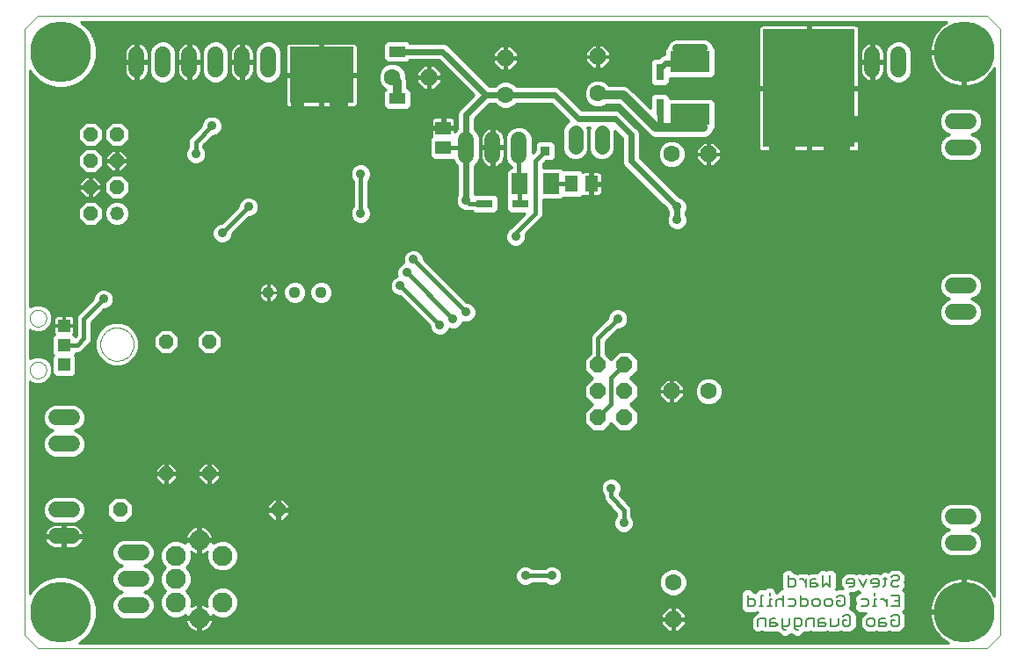
<source format=gbl>
G75*
%MOIN*%
%OFA0B0*%
%FSLAX24Y24*%
%IPPOS*%
%LPD*%
%AMOC8*
5,1,8,0,0,1.08239X$1,22.5*
%
%ADD10C,0.0000*%
%ADD11C,0.0070*%
%ADD12OC8,0.0520*%
%ADD13C,0.0520*%
%ADD14OC8,0.0560*%
%ADD15OC8,0.0600*%
%ADD16C,0.0600*%
%ADD17R,0.0476X0.0476*%
%ADD18C,0.0440*%
%ADD19C,0.0594*%
%ADD20OC8,0.0630*%
%ADD21C,0.0630*%
%ADD22C,0.0768*%
%ADD23R,0.1500X0.0820*%
%ADD24R,0.3500X0.4500*%
%ADD25R,0.2441X0.2126*%
%ADD26R,0.0630X0.0394*%
%ADD27R,0.0512X0.0630*%
%ADD28R,0.0591X0.0787*%
%ADD29R,0.0630X0.0315*%
%ADD30R,0.0591X0.0512*%
%ADD31C,0.2300*%
%ADD32C,0.0560*%
%ADD33R,0.0315X0.0630*%
%ADD34C,0.0320*%
%ADD35C,0.0160*%
%ADD36C,0.0356*%
%ADD37C,0.0100*%
%ADD38C,0.1000*%
%ADD39C,0.0500*%
%ADD40C,0.0700*%
%ADD41C,0.0240*%
%ADD42R,0.0356X0.0356*%
D10*
X005830Y001251D02*
X006330Y000751D01*
X042330Y000751D01*
X042830Y001251D01*
X042830Y024251D01*
X042330Y024751D01*
X006330Y024751D01*
X005830Y024251D01*
X005830Y001251D01*
X006031Y011306D02*
X006033Y011341D01*
X006039Y011376D01*
X006049Y011410D01*
X006062Y011443D01*
X006079Y011474D01*
X006100Y011502D01*
X006123Y011529D01*
X006150Y011552D01*
X006178Y011573D01*
X006209Y011590D01*
X006242Y011603D01*
X006276Y011613D01*
X006311Y011619D01*
X006346Y011621D01*
X006381Y011619D01*
X006416Y011613D01*
X006450Y011603D01*
X006483Y011590D01*
X006514Y011573D01*
X006542Y011552D01*
X006569Y011529D01*
X006592Y011502D01*
X006613Y011474D01*
X006630Y011443D01*
X006643Y011410D01*
X006653Y011376D01*
X006659Y011341D01*
X006661Y011306D01*
X006659Y011271D01*
X006653Y011236D01*
X006643Y011202D01*
X006630Y011169D01*
X006613Y011138D01*
X006592Y011110D01*
X006569Y011083D01*
X006542Y011060D01*
X006514Y011039D01*
X006483Y011022D01*
X006450Y011009D01*
X006416Y010999D01*
X006381Y010993D01*
X006346Y010991D01*
X006311Y010993D01*
X006276Y010999D01*
X006242Y011009D01*
X006209Y011022D01*
X006178Y011039D01*
X006150Y011060D01*
X006123Y011083D01*
X006100Y011110D01*
X006079Y011138D01*
X006062Y011169D01*
X006049Y011202D01*
X006039Y011236D01*
X006033Y011271D01*
X006031Y011306D01*
X006031Y013274D02*
X006033Y013309D01*
X006039Y013344D01*
X006049Y013378D01*
X006062Y013411D01*
X006079Y013442D01*
X006100Y013470D01*
X006123Y013497D01*
X006150Y013520D01*
X006178Y013541D01*
X006209Y013558D01*
X006242Y013571D01*
X006276Y013581D01*
X006311Y013587D01*
X006346Y013589D01*
X006381Y013587D01*
X006416Y013581D01*
X006450Y013571D01*
X006483Y013558D01*
X006514Y013541D01*
X006542Y013520D01*
X006569Y013497D01*
X006592Y013470D01*
X006613Y013442D01*
X006630Y013411D01*
X006643Y013378D01*
X006653Y013344D01*
X006659Y013309D01*
X006661Y013274D01*
X006659Y013239D01*
X006653Y013204D01*
X006643Y013170D01*
X006630Y013137D01*
X006613Y013106D01*
X006592Y013078D01*
X006569Y013051D01*
X006542Y013028D01*
X006514Y013007D01*
X006483Y012990D01*
X006450Y012977D01*
X006416Y012967D01*
X006381Y012961D01*
X006346Y012959D01*
X006311Y012961D01*
X006276Y012967D01*
X006242Y012977D01*
X006209Y012990D01*
X006178Y013007D01*
X006150Y013028D01*
X006123Y013051D01*
X006100Y013078D01*
X006079Y013106D01*
X006062Y013137D01*
X006049Y013170D01*
X006039Y013204D01*
X006033Y013239D01*
X006031Y013274D01*
X008708Y012290D02*
X008710Y012340D01*
X008716Y012390D01*
X008726Y012439D01*
X008740Y012487D01*
X008757Y012534D01*
X008778Y012579D01*
X008803Y012623D01*
X008831Y012664D01*
X008863Y012703D01*
X008897Y012740D01*
X008934Y012774D01*
X008974Y012804D01*
X009016Y012831D01*
X009060Y012855D01*
X009106Y012876D01*
X009153Y012892D01*
X009201Y012905D01*
X009251Y012914D01*
X009300Y012919D01*
X009351Y012920D01*
X009401Y012917D01*
X009450Y012910D01*
X009499Y012899D01*
X009547Y012884D01*
X009593Y012866D01*
X009638Y012844D01*
X009681Y012818D01*
X009722Y012789D01*
X009761Y012757D01*
X009797Y012722D01*
X009829Y012684D01*
X009859Y012644D01*
X009886Y012601D01*
X009909Y012557D01*
X009928Y012511D01*
X009944Y012463D01*
X009956Y012414D01*
X009964Y012365D01*
X009968Y012315D01*
X009968Y012265D01*
X009964Y012215D01*
X009956Y012166D01*
X009944Y012117D01*
X009928Y012069D01*
X009909Y012023D01*
X009886Y011979D01*
X009859Y011936D01*
X009829Y011896D01*
X009797Y011858D01*
X009761Y011823D01*
X009722Y011791D01*
X009681Y011762D01*
X009638Y011736D01*
X009593Y011714D01*
X009547Y011696D01*
X009499Y011681D01*
X009450Y011670D01*
X009401Y011663D01*
X009351Y011660D01*
X009300Y011661D01*
X009251Y011666D01*
X009201Y011675D01*
X009153Y011688D01*
X009106Y011704D01*
X009060Y011725D01*
X009016Y011749D01*
X008974Y011776D01*
X008934Y011806D01*
X008897Y011840D01*
X008863Y011877D01*
X008831Y011916D01*
X008803Y011957D01*
X008778Y012001D01*
X008757Y012046D01*
X008740Y012093D01*
X008726Y012141D01*
X008716Y012190D01*
X008710Y012240D01*
X008708Y012290D01*
D11*
X033260Y002766D02*
X033260Y002336D01*
X033475Y002336D01*
X033547Y002408D01*
X033547Y002551D01*
X033475Y002623D01*
X033260Y002623D01*
X033710Y002336D02*
X033854Y002336D01*
X033782Y002336D02*
X033782Y002766D01*
X033854Y002766D01*
X034089Y002766D02*
X034089Y002838D01*
X034089Y002623D02*
X034089Y002336D01*
X034161Y002336D02*
X034017Y002336D01*
X034089Y002623D02*
X034161Y002623D01*
X034334Y002551D02*
X034334Y002336D01*
X034334Y002551D02*
X034406Y002623D01*
X034550Y002623D01*
X034621Y002551D01*
X034795Y002623D02*
X035010Y002623D01*
X035082Y002551D01*
X035082Y002408D01*
X035010Y002336D01*
X034795Y002336D01*
X034621Y002336D02*
X034621Y002766D01*
X035255Y002766D02*
X035255Y002336D01*
X035470Y002336D01*
X035542Y002408D01*
X035542Y002551D01*
X035470Y002623D01*
X035255Y002623D01*
X035716Y002551D02*
X035716Y002408D01*
X035787Y002336D01*
X035931Y002336D01*
X036002Y002408D01*
X036002Y002551D01*
X035931Y002623D01*
X035787Y002623D01*
X035716Y002551D01*
X036176Y002551D02*
X036176Y002408D01*
X036248Y002336D01*
X036391Y002336D01*
X036463Y002408D01*
X036463Y002551D01*
X036391Y002623D01*
X036248Y002623D01*
X036176Y002551D01*
X036636Y002551D02*
X036636Y002408D01*
X036708Y002336D01*
X036852Y002336D01*
X036923Y002408D01*
X036923Y002694D01*
X036852Y002766D01*
X036708Y002766D01*
X036636Y002694D01*
X036636Y002551D02*
X036780Y002551D01*
X037557Y002623D02*
X037772Y002623D01*
X037844Y002551D01*
X037844Y002408D01*
X037772Y002336D01*
X037557Y002336D01*
X038007Y002336D02*
X038151Y002336D01*
X038079Y002336D02*
X038079Y002623D01*
X038151Y002623D01*
X038079Y002766D02*
X038079Y002838D01*
X038012Y003086D02*
X038156Y003086D01*
X038228Y003158D01*
X038228Y003301D01*
X038156Y003373D01*
X038012Y003373D01*
X037941Y003301D01*
X037941Y003229D01*
X038228Y003229D01*
X038391Y003086D02*
X038463Y003158D01*
X038463Y003444D01*
X038535Y003373D02*
X038391Y003373D01*
X038708Y003444D02*
X038780Y003516D01*
X038923Y003516D01*
X038995Y003444D01*
X038995Y003373D01*
X038923Y003301D01*
X038780Y003301D01*
X038708Y003229D01*
X038708Y003158D01*
X038780Y003086D01*
X038923Y003086D01*
X038995Y003158D01*
X038995Y002766D02*
X038708Y002766D01*
X038535Y002623D02*
X038535Y002336D01*
X038535Y002479D02*
X038391Y002623D01*
X038319Y002623D01*
X038708Y002336D02*
X038995Y002336D01*
X038995Y002766D01*
X038995Y002551D02*
X038852Y002551D01*
X038923Y002016D02*
X038995Y001944D01*
X038995Y001658D01*
X038923Y001586D01*
X038780Y001586D01*
X038708Y001658D01*
X038708Y001801D01*
X038852Y001801D01*
X038708Y001944D02*
X038780Y002016D01*
X038923Y002016D01*
X038463Y001873D02*
X038319Y001873D01*
X038248Y001801D01*
X038248Y001586D01*
X038463Y001586D01*
X038535Y001658D01*
X038463Y001729D01*
X038248Y001729D01*
X038074Y001658D02*
X038002Y001586D01*
X037859Y001586D01*
X037787Y001658D01*
X037787Y001801D01*
X037859Y001873D01*
X038002Y001873D01*
X038074Y001801D01*
X038074Y001658D01*
X037153Y001658D02*
X037082Y001586D01*
X036938Y001586D01*
X036867Y001658D01*
X036867Y001801D01*
X037010Y001801D01*
X037153Y001944D02*
X037153Y001658D01*
X037153Y001944D02*
X037082Y002016D01*
X036938Y002016D01*
X036867Y001944D01*
X036693Y001873D02*
X036693Y001658D01*
X036621Y001586D01*
X036406Y001586D01*
X036406Y001873D01*
X036161Y001873D02*
X036017Y001873D01*
X035946Y001801D01*
X035946Y001586D01*
X036161Y001586D01*
X036233Y001658D01*
X036161Y001729D01*
X035946Y001729D01*
X035772Y001586D02*
X035772Y001873D01*
X035557Y001873D01*
X035485Y001801D01*
X035485Y001586D01*
X035312Y001658D02*
X035312Y001801D01*
X035240Y001873D01*
X035025Y001873D01*
X035025Y001514D01*
X035097Y001442D01*
X035168Y001442D01*
X035240Y001586D02*
X035025Y001586D01*
X034851Y001658D02*
X034780Y001586D01*
X034565Y001586D01*
X034565Y001514D02*
X034636Y001442D01*
X034708Y001442D01*
X034565Y001514D02*
X034565Y001873D01*
X034319Y001873D02*
X034176Y001873D01*
X034104Y001801D01*
X034104Y001586D01*
X034319Y001586D01*
X034391Y001658D01*
X034319Y001729D01*
X034104Y001729D01*
X033931Y001586D02*
X033931Y001873D01*
X033715Y001873D01*
X033644Y001801D01*
X033644Y001586D01*
X034851Y001658D02*
X034851Y001873D01*
X035240Y001586D02*
X035312Y001658D01*
X035465Y003086D02*
X035465Y003373D01*
X035322Y003373D02*
X035250Y003373D01*
X035322Y003373D02*
X035465Y003229D01*
X035639Y003229D02*
X035854Y003229D01*
X035926Y003158D01*
X035854Y003086D01*
X035639Y003086D01*
X035639Y003301D01*
X035711Y003373D01*
X035854Y003373D01*
X036099Y003516D02*
X036099Y003086D01*
X036243Y003229D01*
X036386Y003086D01*
X036386Y003516D01*
X037020Y003301D02*
X037020Y003229D01*
X037307Y003229D01*
X037307Y003158D02*
X037307Y003301D01*
X037235Y003373D01*
X037092Y003373D01*
X037020Y003301D01*
X037092Y003086D02*
X037235Y003086D01*
X037307Y003158D01*
X037480Y003373D02*
X037624Y003086D01*
X037767Y003373D01*
X035082Y003301D02*
X035082Y003158D01*
X035010Y003086D01*
X034795Y003086D01*
X034795Y003516D01*
X034795Y003373D02*
X035010Y003373D01*
X035082Y003301D01*
D12*
X012830Y007376D03*
X011205Y007376D03*
X011205Y012376D03*
X012830Y012376D03*
X008330Y017251D03*
X008330Y018251D03*
X009330Y018251D03*
X009330Y019251D03*
X008330Y019251D03*
X008330Y020251D03*
X009330Y020251D03*
D13*
X009330Y017251D03*
D14*
X009455Y006001D03*
X015455Y006001D03*
D15*
X027580Y009501D03*
X028580Y009501D03*
X028580Y010501D03*
X027580Y010501D03*
X027580Y011501D03*
X028580Y011501D03*
D16*
X024580Y019451D02*
X024580Y020051D01*
X023580Y020051D02*
X023580Y019451D01*
X022580Y019451D02*
X022580Y020051D01*
X010255Y004376D02*
X009655Y004376D01*
X009655Y003376D02*
X010255Y003376D01*
X010255Y002376D02*
X009655Y002376D01*
D17*
X007330Y011503D03*
X007330Y012251D03*
X007330Y012999D03*
D18*
X015080Y014251D03*
X016080Y014251D03*
X017080Y014251D03*
D19*
X007627Y009501D02*
X007033Y009501D01*
X007033Y008501D02*
X007627Y008501D01*
X007627Y006001D02*
X007033Y006001D01*
X007033Y005001D02*
X007627Y005001D01*
X010080Y022704D02*
X010080Y023298D01*
X011080Y023298D02*
X011080Y022704D01*
X012080Y022704D02*
X012080Y023298D01*
X013080Y023298D02*
X013080Y022704D01*
X014080Y022704D02*
X014080Y023298D01*
X015080Y023298D02*
X015080Y022704D01*
X037980Y022704D02*
X037980Y023298D01*
X038980Y023298D02*
X038980Y022704D01*
X041033Y020751D02*
X041627Y020751D01*
X041627Y019751D02*
X041033Y019751D01*
X041033Y014501D02*
X041627Y014501D01*
X041627Y013501D02*
X041033Y013501D01*
X041033Y005751D02*
X041627Y005751D01*
X041627Y004751D02*
X041033Y004751D01*
D20*
X030430Y001851D03*
X030380Y010501D03*
X031780Y019501D03*
X027580Y023201D03*
X024080Y023151D03*
X021180Y022426D03*
D21*
X019780Y022426D03*
X024080Y021751D03*
X027580Y021801D03*
X030380Y019501D03*
X031780Y010501D03*
X030430Y003251D03*
D22*
X013341Y002490D03*
X012455Y001899D03*
X011569Y002490D03*
X011569Y003376D03*
X011569Y004262D03*
X012455Y004852D03*
X013341Y004262D03*
D23*
X031080Y021001D03*
X031080Y023001D03*
D24*
X035580Y022001D03*
D25*
X017096Y022501D03*
D26*
X019970Y023398D03*
X019970Y021603D03*
D27*
X026581Y018376D03*
X027329Y018376D03*
D28*
X025796Y018376D03*
X024614Y018376D03*
D29*
X024624Y017626D03*
X023286Y017626D03*
D30*
X021705Y019752D03*
X021705Y020500D03*
D31*
X007205Y023376D03*
X041455Y023376D03*
X041455Y002126D03*
X007205Y002126D03*
D32*
X026730Y019771D02*
X026730Y020331D01*
X027730Y020331D02*
X027730Y019771D01*
D33*
X029930Y021282D03*
X029930Y022620D03*
D34*
X031080Y023001D02*
X031080Y023501D01*
X030580Y023501D01*
X031080Y023501D02*
X031580Y023501D01*
X029780Y020501D02*
X028530Y021751D01*
X027630Y021751D01*
X027580Y021801D01*
X029780Y020501D02*
X029930Y020501D01*
X030580Y020501D01*
X031080Y020501D01*
X031080Y021001D01*
X031080Y020501D02*
X031580Y020501D01*
X019970Y021603D02*
X019970Y022236D01*
X019780Y022426D01*
D35*
X017330Y022501D02*
X017118Y022501D01*
X016705Y022087D01*
X016705Y021626D01*
X017096Y022501D02*
X017118Y022501D01*
X012940Y020576D02*
X012330Y019966D01*
X012330Y019501D01*
X014330Y017501D02*
X013330Y016501D01*
X015580Y015751D02*
X016080Y015501D01*
X018580Y017251D02*
X018580Y018751D01*
X021705Y019752D02*
X022579Y019752D01*
X022580Y019751D01*
X024580Y019751D02*
X024580Y018410D01*
X024614Y018376D01*
X024614Y017761D01*
X024624Y017626D01*
X025205Y017251D02*
X024455Y016501D01*
X024455Y016376D01*
X025205Y017251D02*
X025205Y019249D01*
X025581Y019625D01*
X025796Y018376D02*
X026581Y018376D01*
X023286Y017626D02*
X022705Y017626D01*
X022580Y017751D01*
X020580Y015501D02*
X022580Y013501D01*
X022080Y013251D02*
X020330Y015001D01*
X020080Y014501D02*
X021580Y013001D01*
X027580Y012501D02*
X027580Y011501D01*
X028080Y011001D02*
X028580Y011501D01*
X028080Y011001D02*
X028080Y010001D01*
X027580Y009501D01*
X028080Y006826D02*
X028080Y006501D01*
X028555Y005976D01*
X028555Y005501D01*
X025830Y003501D02*
X024830Y003501D01*
X027580Y012501D02*
X028330Y013251D01*
X008830Y014001D02*
X008080Y013251D01*
X008080Y012501D01*
X007830Y012251D01*
X007330Y012251D01*
D36*
X008830Y014001D03*
X013330Y016501D03*
X012330Y017001D03*
X014330Y017501D03*
X015580Y015751D03*
X018580Y017251D03*
X018830Y016751D03*
X020580Y015501D03*
X020330Y015001D03*
X020080Y014501D03*
X022080Y013251D03*
X022580Y013501D03*
X023330Y013001D03*
X021580Y013001D03*
X021080Y011251D03*
X021080Y009501D03*
X022830Y009501D03*
X023830Y008001D03*
X022530Y007101D03*
X026830Y004751D03*
X028555Y005501D03*
X030080Y004751D03*
X028080Y006826D03*
X030080Y007751D03*
X034080Y007001D03*
X034080Y011001D03*
X030080Y013501D03*
X028330Y013251D03*
X027330Y015251D03*
X027730Y015701D03*
X029830Y016501D03*
X030580Y017001D03*
X030580Y017501D03*
X028580Y017751D03*
X024455Y016376D03*
X022580Y017751D03*
X020380Y019651D03*
X018580Y018751D03*
X016705Y021626D03*
X012940Y020576D03*
X012330Y019501D03*
X014830Y011751D03*
X014830Y010251D03*
X010010Y009141D03*
X007080Y007251D03*
X015330Y003751D03*
X019080Y003751D03*
X018080Y006501D03*
X024830Y003501D03*
X025830Y003501D03*
X034080Y015751D03*
X031580Y020501D03*
X031080Y020501D03*
X030580Y020501D03*
X030580Y023501D03*
X031080Y023501D03*
X031580Y023501D03*
D37*
X031459Y023871D02*
X031201Y023871D01*
X031157Y023889D01*
X031003Y023889D01*
X030959Y023871D01*
X030701Y023871D01*
X030657Y023889D01*
X030503Y023889D01*
X030360Y023830D01*
X030251Y023721D01*
X030192Y023578D01*
X030192Y023570D01*
X030120Y023498D01*
X030120Y023281D01*
X030064Y023281D01*
X029943Y023231D01*
X029858Y023145D01*
X029686Y023145D01*
X029563Y023022D01*
X029563Y022218D01*
X029686Y022095D01*
X030174Y022095D01*
X030297Y022218D01*
X030297Y022381D01*
X031917Y022381D01*
X032040Y022504D01*
X032040Y023498D01*
X031968Y023570D01*
X031968Y023578D01*
X031909Y023721D01*
X031800Y023830D01*
X031657Y023889D01*
X031503Y023889D01*
X031459Y023871D01*
X031830Y023800D02*
X033680Y023800D01*
X033680Y023898D02*
X008473Y023898D01*
X008472Y023901D02*
X008293Y024211D01*
X008040Y024464D01*
X007976Y024501D01*
X040802Y024501D01*
X040786Y024492D01*
X040680Y024421D01*
X040581Y024340D01*
X040491Y024250D01*
X040410Y024151D01*
X040339Y024045D01*
X040278Y023932D01*
X040230Y023814D01*
X040192Y023692D01*
X040168Y023567D01*
X040155Y023440D01*
X040155Y023426D01*
X041405Y023426D01*
X041405Y023326D01*
X040155Y023326D01*
X040155Y023312D01*
X040168Y023185D01*
X040192Y023060D01*
X040230Y022937D01*
X040278Y022819D01*
X040339Y022707D01*
X040410Y022601D01*
X040491Y022502D01*
X040581Y022411D01*
X040680Y022330D01*
X040786Y022259D01*
X040899Y022199D01*
X041017Y022150D01*
X041139Y022113D01*
X041264Y022088D01*
X041391Y022076D01*
X041405Y022076D01*
X041405Y023326D01*
X041505Y023326D01*
X041505Y022076D01*
X041519Y022076D01*
X041646Y022088D01*
X041771Y022113D01*
X041893Y022150D01*
X042011Y022199D01*
X042124Y022259D01*
X042230Y022330D01*
X042329Y022411D01*
X042419Y022502D01*
X042500Y022601D01*
X042571Y022707D01*
X042620Y022798D01*
X042620Y002704D01*
X042571Y002795D01*
X042500Y002901D01*
X042419Y003000D01*
X042329Y003090D01*
X042230Y003171D01*
X042124Y003242D01*
X042011Y003302D01*
X041893Y003351D01*
X041771Y003388D01*
X041646Y003413D01*
X041519Y003426D01*
X041505Y003426D01*
X041505Y002176D01*
X041405Y002176D01*
X041405Y003426D01*
X041391Y003426D01*
X041264Y003413D01*
X041139Y003388D01*
X041017Y003351D01*
X040899Y003302D01*
X040786Y003242D01*
X040680Y003171D01*
X040581Y003090D01*
X040491Y003000D01*
X040410Y002901D01*
X040339Y002795D01*
X040278Y002682D01*
X040230Y002564D01*
X040192Y002442D01*
X040168Y002317D01*
X040155Y002190D01*
X040155Y002176D01*
X041405Y002176D01*
X041405Y002076D01*
X040155Y002076D01*
X040155Y002062D01*
X040168Y001935D01*
X040192Y001810D01*
X040230Y001687D01*
X040278Y001569D01*
X040339Y001457D01*
X040410Y001351D01*
X040491Y001252D01*
X040581Y001161D01*
X040680Y001080D01*
X040786Y001009D01*
X040877Y000961D01*
X007907Y000961D01*
X008040Y001038D01*
X008293Y001291D01*
X008472Y001601D01*
X008565Y001947D01*
X008565Y002305D01*
X008472Y002651D01*
X008293Y002961D01*
X008040Y003214D01*
X007730Y003393D01*
X007384Y003486D01*
X007026Y003486D01*
X006680Y003393D01*
X006370Y003214D01*
X006117Y002961D01*
X006040Y002828D01*
X006040Y010869D01*
X006048Y010861D01*
X006241Y010781D01*
X006450Y010781D01*
X006643Y010861D01*
X006791Y011009D01*
X006871Y011202D01*
X006871Y011410D01*
X006791Y011603D01*
X006643Y011751D01*
X006450Y011831D01*
X006241Y011831D01*
X006048Y011751D01*
X006040Y011743D01*
X006040Y012838D01*
X006048Y012829D01*
X006241Y012750D01*
X006450Y012750D01*
X006643Y012829D01*
X006791Y012977D01*
X006871Y013170D01*
X006871Y013379D01*
X006791Y013572D01*
X006643Y013720D01*
X006450Y013799D01*
X006241Y013799D01*
X006048Y013720D01*
X006040Y013711D01*
X006040Y022674D01*
X006117Y022541D01*
X006370Y022288D01*
X006680Y022109D01*
X007026Y022016D01*
X007384Y022016D01*
X007730Y022109D01*
X008040Y022288D01*
X008293Y022541D01*
X008472Y022851D01*
X008565Y023197D01*
X008565Y023555D01*
X008472Y023901D01*
X008499Y023800D02*
X010968Y023800D01*
X010979Y023805D02*
X010793Y023727D01*
X010650Y023585D01*
X010573Y023399D01*
X010573Y022603D01*
X010650Y022417D01*
X010793Y022274D01*
X010979Y022197D01*
X011181Y022197D01*
X011367Y022274D01*
X011510Y022417D01*
X011587Y022603D01*
X011587Y023399D01*
X011510Y023585D01*
X011367Y023727D01*
X011181Y023805D01*
X010979Y023805D01*
X011192Y023800D02*
X012968Y023800D01*
X012979Y023805D02*
X012793Y023727D01*
X012650Y023585D01*
X012573Y023399D01*
X012573Y022603D01*
X012650Y022417D01*
X012793Y022274D01*
X012979Y022197D01*
X013181Y022197D01*
X013367Y022274D01*
X013510Y022417D01*
X013587Y022603D01*
X013587Y023399D01*
X013510Y023585D01*
X013367Y023727D01*
X013181Y023805D01*
X012979Y023805D01*
X013192Y023800D02*
X014968Y023800D01*
X014979Y023805D02*
X014793Y023727D01*
X014650Y023585D01*
X014573Y023399D01*
X014573Y022603D01*
X014650Y022417D01*
X014793Y022274D01*
X014979Y022197D01*
X015181Y022197D01*
X015367Y022274D01*
X015510Y022417D01*
X015587Y022603D01*
X015587Y023399D01*
X015510Y023585D01*
X015367Y023727D01*
X015181Y023805D01*
X014979Y023805D01*
X015192Y023800D02*
X019562Y023800D01*
X019568Y023805D02*
X019445Y023682D01*
X019445Y023115D01*
X019568Y022992D01*
X020372Y022992D01*
X020449Y023068D01*
X021546Y023068D01*
X022863Y021751D01*
X022393Y021281D01*
X022300Y021188D01*
X022250Y021066D01*
X022250Y020442D01*
X022150Y020342D01*
X022150Y020450D01*
X021755Y020450D01*
X021755Y020550D01*
X021655Y020550D01*
X021655Y020906D01*
X021390Y020906D01*
X021352Y020896D01*
X021318Y020876D01*
X021290Y020848D01*
X021270Y020814D01*
X021260Y020776D01*
X021260Y020550D01*
X021655Y020550D01*
X021655Y020450D01*
X021260Y020450D01*
X021260Y020224D01*
X021270Y020186D01*
X021278Y020173D01*
X021200Y020095D01*
X021200Y019409D01*
X021323Y019286D01*
X022087Y019286D01*
X022094Y019292D01*
X022148Y019162D01*
X022250Y019060D01*
X022250Y017968D01*
X022192Y017828D01*
X022192Y017674D01*
X022251Y017531D01*
X022360Y017422D01*
X022503Y017363D01*
X022582Y017363D01*
X022647Y017336D01*
X022806Y017336D01*
X022884Y017258D01*
X023688Y017258D01*
X023811Y017381D01*
X023811Y017870D01*
X023688Y017993D01*
X022910Y017993D01*
X022910Y019060D01*
X023012Y019162D01*
X023090Y019349D01*
X023090Y020152D01*
X023012Y020340D01*
X022910Y020442D01*
X022910Y020864D01*
X023467Y021421D01*
X023668Y021421D01*
X023783Y021306D01*
X023976Y021226D01*
X024184Y021226D01*
X024377Y021306D01*
X024492Y021421D01*
X025793Y021421D01*
X026463Y020751D01*
X026452Y020746D01*
X026315Y020608D01*
X026240Y020428D01*
X026240Y019673D01*
X026315Y019493D01*
X026452Y019355D01*
X026633Y019281D01*
X026827Y019281D01*
X027008Y019355D01*
X027145Y019493D01*
X027220Y019673D01*
X027220Y020428D01*
X027182Y020521D01*
X027278Y020521D01*
X027240Y020428D01*
X027240Y019673D01*
X027315Y019493D01*
X027452Y019355D01*
X027633Y019281D01*
X027827Y019281D01*
X028008Y019355D01*
X028145Y019493D01*
X028220Y019673D01*
X028220Y020394D01*
X028500Y020114D01*
X028500Y019185D01*
X028550Y019064D01*
X030193Y017421D01*
X030250Y017283D01*
X030250Y017218D01*
X030192Y017078D01*
X030192Y016924D01*
X030251Y016781D01*
X030360Y016672D01*
X030503Y016613D01*
X030657Y016613D01*
X030800Y016672D01*
X030909Y016781D01*
X030968Y016924D01*
X030968Y017078D01*
X030910Y017218D01*
X030910Y017283D01*
X030968Y017424D01*
X030968Y017578D01*
X030909Y017721D01*
X030800Y017830D01*
X030660Y017888D01*
X029160Y019388D01*
X029160Y020316D01*
X029110Y020438D01*
X029017Y020531D01*
X028417Y021131D01*
X028296Y021181D01*
X026967Y021181D01*
X026117Y022031D01*
X025996Y022081D01*
X024492Y022081D01*
X024377Y022196D01*
X024184Y022276D01*
X023976Y022276D01*
X023783Y022196D01*
X023668Y022081D01*
X023467Y022081D01*
X021869Y023678D01*
X021748Y023728D01*
X020449Y023728D01*
X020372Y023805D01*
X019568Y023805D01*
X019464Y023701D02*
X018378Y023701D01*
X018374Y023704D02*
X018336Y023714D01*
X017146Y023714D01*
X017146Y022551D01*
X018466Y022551D01*
X018466Y023584D01*
X018456Y023622D01*
X018436Y023656D01*
X018408Y023684D01*
X018374Y023704D01*
X018461Y023603D02*
X019445Y023603D01*
X019445Y023504D02*
X018466Y023504D01*
X018466Y023406D02*
X019445Y023406D01*
X019445Y023307D02*
X018466Y023307D01*
X018466Y023209D02*
X019445Y023209D01*
X019449Y023110D02*
X018466Y023110D01*
X018466Y023012D02*
X019548Y023012D01*
X019585Y022913D02*
X018466Y022913D01*
X018466Y022815D02*
X019427Y022815D01*
X019483Y022871D02*
X019335Y022723D01*
X019255Y022530D01*
X019255Y022321D01*
X019335Y022128D01*
X019483Y021981D01*
X019522Y021964D01*
X019445Y021887D01*
X019445Y021319D01*
X019568Y021196D01*
X020372Y021196D01*
X020495Y021319D01*
X020495Y021887D01*
X020372Y022010D01*
X020340Y022010D01*
X020340Y022310D01*
X020305Y022394D01*
X020305Y022530D01*
X020225Y022723D01*
X020077Y022871D01*
X019884Y022951D01*
X019676Y022951D01*
X019483Y022871D01*
X019332Y022716D02*
X018466Y022716D01*
X018466Y022618D02*
X019291Y022618D01*
X019255Y022519D02*
X017146Y022519D01*
X017146Y022551D02*
X017146Y022451D01*
X018466Y022451D01*
X018466Y021418D01*
X018456Y021380D01*
X018436Y021346D01*
X018408Y021318D01*
X018374Y021298D01*
X018336Y021288D01*
X017146Y021288D01*
X017146Y022451D01*
X017046Y022451D01*
X017046Y021288D01*
X015856Y021288D01*
X015817Y021298D01*
X015783Y021318D01*
X015755Y021346D01*
X015735Y021380D01*
X015725Y021418D01*
X015725Y022451D01*
X017046Y022451D01*
X017046Y022551D01*
X017046Y023714D01*
X015856Y023714D01*
X015817Y023704D01*
X015783Y023684D01*
X015755Y023656D01*
X015735Y023622D01*
X015725Y023584D01*
X015725Y022551D01*
X017046Y022551D01*
X017146Y022551D01*
X017146Y022618D02*
X017046Y022618D01*
X017046Y022716D02*
X017146Y022716D01*
X017146Y022815D02*
X017046Y022815D01*
X017046Y022913D02*
X017146Y022913D01*
X017146Y023012D02*
X017046Y023012D01*
X017046Y023110D02*
X017146Y023110D01*
X017146Y023209D02*
X017046Y023209D01*
X017046Y023307D02*
X017146Y023307D01*
X017146Y023406D02*
X017046Y023406D01*
X017046Y023504D02*
X017146Y023504D01*
X017146Y023603D02*
X017046Y023603D01*
X017046Y023701D02*
X017146Y023701D01*
X015814Y023701D02*
X015393Y023701D01*
X015492Y023603D02*
X015730Y023603D01*
X015725Y023504D02*
X015543Y023504D01*
X015584Y023406D02*
X015725Y023406D01*
X015725Y023307D02*
X015587Y023307D01*
X015587Y023209D02*
X015725Y023209D01*
X015725Y023110D02*
X015587Y023110D01*
X015587Y023012D02*
X015725Y023012D01*
X015725Y022913D02*
X015587Y022913D01*
X015587Y022815D02*
X015725Y022815D01*
X015725Y022716D02*
X015587Y022716D01*
X015587Y022618D02*
X015725Y022618D01*
X015725Y022421D02*
X015511Y022421D01*
X015552Y022519D02*
X017046Y022519D01*
X017046Y022421D02*
X017146Y022421D01*
X017146Y022322D02*
X017046Y022322D01*
X017046Y022224D02*
X017146Y022224D01*
X017146Y022125D02*
X017046Y022125D01*
X017046Y022027D02*
X017146Y022027D01*
X017146Y021928D02*
X017046Y021928D01*
X017046Y021830D02*
X017146Y021830D01*
X017146Y021731D02*
X017046Y021731D01*
X017046Y021633D02*
X017146Y021633D01*
X017146Y021534D02*
X017046Y021534D01*
X017046Y021436D02*
X017146Y021436D01*
X017146Y021337D02*
X017046Y021337D01*
X015764Y021337D02*
X006040Y021337D01*
X006040Y021239D02*
X019525Y021239D01*
X019445Y021337D02*
X018428Y021337D01*
X018466Y021436D02*
X019445Y021436D01*
X019445Y021534D02*
X018466Y021534D01*
X018466Y021633D02*
X019445Y021633D01*
X019445Y021731D02*
X018466Y021731D01*
X018466Y021830D02*
X019445Y021830D01*
X019486Y021928D02*
X018466Y021928D01*
X018466Y022027D02*
X019436Y022027D01*
X019338Y022125D02*
X018466Y022125D01*
X018466Y022224D02*
X019295Y022224D01*
X019255Y022322D02*
X018466Y022322D01*
X018466Y022421D02*
X019255Y022421D01*
X019975Y022913D02*
X021701Y022913D01*
X021799Y022815D02*
X021449Y022815D01*
X021373Y022891D02*
X021210Y022891D01*
X021210Y022456D01*
X021150Y022456D01*
X021150Y022891D01*
X020987Y022891D01*
X020715Y022618D01*
X020269Y022618D01*
X020305Y022519D02*
X020715Y022519D01*
X020715Y022456D02*
X021150Y022456D01*
X021150Y022396D01*
X020715Y022396D01*
X020715Y022233D01*
X020987Y021961D01*
X021150Y021961D01*
X021150Y022396D01*
X021210Y022396D01*
X021210Y022456D01*
X021645Y022456D01*
X021645Y022618D01*
X021996Y022618D01*
X021898Y022716D02*
X021547Y022716D01*
X021645Y022618D02*
X021373Y022891D01*
X021210Y022815D02*
X021150Y022815D01*
X021150Y022716D02*
X021210Y022716D01*
X021210Y022618D02*
X021150Y022618D01*
X021150Y022519D02*
X021210Y022519D01*
X021210Y022421D02*
X022193Y022421D01*
X022095Y022519D02*
X021645Y022519D01*
X021645Y022396D02*
X021210Y022396D01*
X021210Y021961D01*
X021373Y021961D01*
X021645Y022233D01*
X021645Y022396D01*
X021645Y022322D02*
X022292Y022322D01*
X022390Y022224D02*
X021636Y022224D01*
X021537Y022125D02*
X022489Y022125D01*
X022587Y022027D02*
X021439Y022027D01*
X021210Y022027D02*
X021150Y022027D01*
X021150Y022125D02*
X021210Y022125D01*
X021210Y022224D02*
X021150Y022224D01*
X021150Y022322D02*
X021210Y022322D01*
X021150Y022421D02*
X020305Y022421D01*
X020334Y022322D02*
X020715Y022322D01*
X020724Y022224D02*
X020340Y022224D01*
X020340Y022125D02*
X020823Y022125D01*
X020921Y022027D02*
X020340Y022027D01*
X020453Y021928D02*
X022686Y021928D01*
X022784Y021830D02*
X020495Y021830D01*
X020495Y021731D02*
X022844Y021731D01*
X022745Y021633D02*
X020495Y021633D01*
X020495Y021534D02*
X022647Y021534D01*
X022548Y021436D02*
X020495Y021436D01*
X020495Y021337D02*
X022450Y021337D01*
X022351Y021239D02*
X020414Y021239D01*
X021288Y020845D02*
X013220Y020845D01*
X013269Y020796D02*
X013160Y020905D01*
X013017Y020964D01*
X012863Y020964D01*
X012720Y020905D01*
X012611Y020796D01*
X012552Y020653D01*
X012552Y020598D01*
X012166Y020212D01*
X012084Y020130D01*
X012040Y020024D01*
X012040Y019760D01*
X012001Y019721D01*
X011942Y019578D01*
X011942Y019424D01*
X012001Y019281D01*
X012110Y019172D01*
X012253Y019113D01*
X012407Y019113D01*
X012550Y019172D01*
X012659Y019281D01*
X012718Y019424D01*
X012718Y019578D01*
X012659Y019721D01*
X012620Y019760D01*
X012620Y019846D01*
X012962Y020188D01*
X013017Y020188D01*
X013160Y020247D01*
X013269Y020356D01*
X013328Y020499D01*
X013328Y020653D01*
X013269Y020796D01*
X013289Y020746D02*
X021260Y020746D01*
X021260Y020648D02*
X013328Y020648D01*
X013328Y020549D02*
X021655Y020549D01*
X021655Y020451D02*
X013308Y020451D01*
X013265Y020352D02*
X021260Y020352D01*
X021260Y020254D02*
X013167Y020254D01*
X012930Y020155D02*
X021260Y020155D01*
X021200Y020057D02*
X012831Y020057D01*
X012733Y019958D02*
X021200Y019958D01*
X021200Y019860D02*
X012634Y019860D01*
X012620Y019761D02*
X021200Y019761D01*
X021200Y019663D02*
X012683Y019663D01*
X012718Y019564D02*
X021200Y019564D01*
X021200Y019466D02*
X012718Y019466D01*
X012695Y019367D02*
X021241Y019367D01*
X022103Y019269D02*
X012647Y019269D01*
X012546Y019170D02*
X022144Y019170D01*
X022238Y019072D02*
X018808Y019072D01*
X018800Y019080D02*
X018657Y019139D01*
X018503Y019139D01*
X018360Y019080D01*
X018251Y018971D01*
X018192Y018828D01*
X018192Y018674D01*
X018251Y018531D01*
X018290Y018492D01*
X018290Y017510D01*
X018251Y017471D01*
X018192Y017328D01*
X018192Y017174D01*
X018251Y017031D01*
X018360Y016922D01*
X018503Y016863D01*
X018657Y016863D01*
X018800Y016922D01*
X018909Y017031D01*
X018968Y017174D01*
X018968Y017328D01*
X018909Y017471D01*
X018870Y017510D01*
X018870Y018492D01*
X018909Y018531D01*
X018968Y018674D01*
X018968Y018828D01*
X018909Y018971D01*
X018800Y019080D01*
X018906Y018973D02*
X022250Y018973D01*
X022250Y018875D02*
X018949Y018875D01*
X018968Y018776D02*
X022250Y018776D01*
X022250Y018678D02*
X018968Y018678D01*
X018929Y018579D02*
X022250Y018579D01*
X022250Y018481D02*
X018870Y018481D01*
X018870Y018382D02*
X022250Y018382D01*
X022250Y018284D02*
X018870Y018284D01*
X018870Y018185D02*
X022250Y018185D01*
X022250Y018087D02*
X018870Y018087D01*
X018870Y017988D02*
X022250Y017988D01*
X022218Y017890D02*
X018870Y017890D01*
X018870Y017791D02*
X022192Y017791D01*
X022192Y017693D02*
X018870Y017693D01*
X018870Y017594D02*
X022225Y017594D01*
X022286Y017496D02*
X018884Y017496D01*
X018939Y017397D02*
X022419Y017397D01*
X022843Y017299D02*
X018968Y017299D01*
X018968Y017200D02*
X024744Y017200D01*
X024802Y017258D02*
X024259Y016715D01*
X024235Y016705D01*
X024126Y016596D01*
X024067Y016453D01*
X024067Y016299D01*
X024126Y016156D01*
X024235Y016047D01*
X024378Y015988D01*
X024532Y015988D01*
X024675Y016047D01*
X024784Y016156D01*
X024843Y016299D01*
X024843Y016453D01*
X024836Y016471D01*
X025451Y017087D01*
X025495Y017193D01*
X025495Y017772D01*
X026178Y017772D01*
X026257Y017851D01*
X026924Y017851D01*
X027002Y017929D01*
X027015Y017921D01*
X027053Y017911D01*
X027279Y017911D01*
X027279Y018326D01*
X027379Y018326D01*
X027379Y018426D01*
X027279Y018426D01*
X027279Y018841D01*
X027053Y018841D01*
X027015Y018831D01*
X027002Y018823D01*
X026924Y018901D01*
X026257Y018901D01*
X026178Y018980D01*
X025495Y018980D01*
X025495Y019129D01*
X025603Y019237D01*
X025846Y019237D01*
X025969Y019360D01*
X025969Y019890D01*
X025846Y020013D01*
X025316Y020013D01*
X025193Y019890D01*
X025193Y019647D01*
X025090Y019544D01*
X025090Y020152D01*
X025012Y020340D01*
X024869Y020483D01*
X024681Y020561D01*
X024479Y020561D01*
X024291Y020483D01*
X024148Y020340D01*
X024070Y020152D01*
X024070Y019349D01*
X024148Y019162D01*
X024290Y019020D01*
X024290Y018980D01*
X024232Y018980D01*
X024109Y018857D01*
X024109Y017895D01*
X024117Y017888D01*
X024099Y017870D01*
X024099Y017381D01*
X024222Y017258D01*
X024802Y017258D01*
X024646Y017102D02*
X018938Y017102D01*
X018881Y017003D02*
X024547Y017003D01*
X024449Y016905D02*
X018759Y016905D01*
X018401Y016905D02*
X014144Y016905D01*
X014046Y016806D02*
X024350Y016806D01*
X024242Y016708D02*
X013947Y016708D01*
X013849Y016609D02*
X024140Y016609D01*
X024091Y016511D02*
X013750Y016511D01*
X013718Y016479D02*
X014352Y017113D01*
X014407Y017113D01*
X014550Y017172D01*
X014659Y017281D01*
X014718Y017424D01*
X014718Y017578D01*
X014659Y017721D01*
X014550Y017830D01*
X014407Y017889D01*
X014253Y017889D01*
X014110Y017830D01*
X014001Y017721D01*
X013942Y017578D01*
X013942Y017523D01*
X013308Y016889D01*
X013253Y016889D01*
X013110Y016830D01*
X013001Y016721D01*
X012942Y016578D01*
X012942Y016424D01*
X013001Y016281D01*
X013110Y016172D01*
X013253Y016113D01*
X013407Y016113D01*
X013550Y016172D01*
X013659Y016281D01*
X013718Y016424D01*
X013718Y016479D01*
X013713Y016412D02*
X024067Y016412D01*
X024067Y016314D02*
X013673Y016314D01*
X013593Y016215D02*
X024101Y016215D01*
X024165Y016117D02*
X013417Y016117D01*
X013243Y016117D02*
X006040Y016117D01*
X006040Y016215D02*
X013067Y016215D01*
X012987Y016314D02*
X006040Y016314D01*
X006040Y016412D02*
X012947Y016412D01*
X012942Y016511D02*
X006040Y016511D01*
X006040Y016609D02*
X012955Y016609D01*
X012996Y016708D02*
X006040Y016708D01*
X006040Y016806D02*
X008110Y016806D01*
X008135Y016781D02*
X008525Y016781D01*
X008800Y017056D01*
X008800Y017446D01*
X008525Y017721D01*
X008135Y017721D01*
X007860Y017446D01*
X007860Y017056D01*
X008135Y016781D01*
X008011Y016905D02*
X006040Y016905D01*
X006040Y017003D02*
X007913Y017003D01*
X007860Y017102D02*
X006040Y017102D01*
X006040Y017200D02*
X007860Y017200D01*
X007860Y017299D02*
X006040Y017299D01*
X006040Y017397D02*
X007860Y017397D01*
X007910Y017496D02*
X006040Y017496D01*
X006040Y017594D02*
X008009Y017594D01*
X008107Y017693D02*
X006040Y017693D01*
X006040Y017791D02*
X009125Y017791D01*
X009135Y017781D02*
X009525Y017781D01*
X009800Y018056D01*
X009800Y018446D01*
X009525Y018721D01*
X009135Y018721D01*
X008860Y018446D01*
X008860Y018056D01*
X009135Y017781D01*
X009169Y017693D02*
X008553Y017693D01*
X008651Y017594D02*
X009009Y017594D01*
X009064Y017649D02*
X008932Y017517D01*
X008860Y017344D01*
X008860Y017157D01*
X008932Y016985D01*
X009064Y016852D01*
X009237Y016781D01*
X009423Y016781D01*
X009596Y016852D01*
X009728Y016985D01*
X009800Y017157D01*
X009800Y017344D01*
X009728Y017517D01*
X009596Y017649D01*
X009423Y017721D01*
X009237Y017721D01*
X009064Y017649D01*
X008923Y017496D02*
X008750Y017496D01*
X008800Y017397D02*
X008882Y017397D01*
X008860Y017299D02*
X008800Y017299D01*
X008800Y017200D02*
X008860Y017200D01*
X008883Y017102D02*
X008800Y017102D01*
X008747Y017003D02*
X008924Y017003D01*
X009011Y016905D02*
X008649Y016905D01*
X008550Y016806D02*
X009175Y016806D01*
X009485Y016806D02*
X013087Y016806D01*
X013324Y016905D02*
X009649Y016905D01*
X009736Y017003D02*
X013422Y017003D01*
X013521Y017102D02*
X009777Y017102D01*
X009800Y017200D02*
X013619Y017200D01*
X013718Y017299D02*
X009800Y017299D01*
X009778Y017397D02*
X013816Y017397D01*
X013915Y017496D02*
X009737Y017496D01*
X009651Y017594D02*
X013949Y017594D01*
X013989Y017693D02*
X009491Y017693D01*
X009535Y017791D02*
X014072Y017791D01*
X014588Y017791D02*
X018290Y017791D01*
X018290Y017693D02*
X014671Y017693D01*
X014711Y017594D02*
X018290Y017594D01*
X018276Y017496D02*
X014718Y017496D01*
X014707Y017397D02*
X018221Y017397D01*
X018192Y017299D02*
X014666Y017299D01*
X014578Y017200D02*
X018192Y017200D01*
X018222Y017102D02*
X014341Y017102D01*
X014243Y017003D02*
X018279Y017003D01*
X018290Y017890D02*
X009634Y017890D01*
X009732Y017988D02*
X018290Y017988D01*
X018290Y018087D02*
X009800Y018087D01*
X009800Y018185D02*
X018290Y018185D01*
X018290Y018284D02*
X009800Y018284D01*
X009800Y018382D02*
X018290Y018382D01*
X018290Y018481D02*
X009765Y018481D01*
X009666Y018579D02*
X018231Y018579D01*
X018192Y018678D02*
X009568Y018678D01*
X009500Y018841D02*
X009740Y019081D01*
X009740Y019221D01*
X009360Y019221D01*
X009360Y019281D01*
X009300Y019281D01*
X009300Y019661D01*
X009160Y019661D01*
X008920Y019421D01*
X008920Y019281D01*
X009300Y019281D01*
X009300Y019221D01*
X008920Y019221D01*
X008920Y019081D01*
X009160Y018841D01*
X009300Y018841D01*
X009300Y019221D01*
X009360Y019221D01*
X009360Y018841D01*
X009500Y018841D01*
X009534Y018875D02*
X018211Y018875D01*
X018192Y018776D02*
X006040Y018776D01*
X006040Y018678D02*
X009092Y018678D01*
X008994Y018579D02*
X008581Y018579D01*
X008500Y018661D02*
X008360Y018661D01*
X008360Y018281D01*
X008300Y018281D01*
X008300Y018661D01*
X008160Y018661D01*
X007920Y018421D01*
X007920Y018281D01*
X008300Y018281D01*
X008300Y018221D01*
X007920Y018221D01*
X007920Y018081D01*
X008160Y017841D01*
X008300Y017841D01*
X008300Y018221D01*
X008360Y018221D01*
X008360Y018281D01*
X008740Y018281D01*
X008740Y018421D01*
X008500Y018661D01*
X008525Y018781D02*
X008800Y019056D01*
X008800Y019446D01*
X008525Y019721D01*
X008135Y019721D01*
X007860Y019446D01*
X007860Y019056D01*
X008135Y018781D01*
X008525Y018781D01*
X008619Y018875D02*
X009126Y018875D01*
X009028Y018973D02*
X008717Y018973D01*
X008800Y019072D02*
X008929Y019072D01*
X008920Y019170D02*
X008800Y019170D01*
X008800Y019269D02*
X009300Y019269D01*
X009360Y019269D02*
X012013Y019269D01*
X011965Y019367D02*
X009740Y019367D01*
X009740Y019421D02*
X009740Y019281D01*
X009360Y019281D01*
X009360Y019661D01*
X009500Y019661D01*
X009740Y019421D01*
X009695Y019466D02*
X011942Y019466D01*
X011942Y019564D02*
X009596Y019564D01*
X009525Y019781D02*
X009135Y019781D01*
X008860Y020056D01*
X008860Y020446D01*
X009135Y020721D01*
X009525Y020721D01*
X009800Y020446D01*
X009800Y020056D01*
X009525Y019781D01*
X009604Y019860D02*
X012040Y019860D01*
X012040Y019958D02*
X009702Y019958D01*
X009800Y020057D02*
X012054Y020057D01*
X012109Y020155D02*
X009800Y020155D01*
X009800Y020254D02*
X012208Y020254D01*
X012306Y020352D02*
X009800Y020352D01*
X009795Y020451D02*
X012405Y020451D01*
X012503Y020549D02*
X009696Y020549D01*
X009598Y020648D02*
X012552Y020648D01*
X012591Y020746D02*
X006040Y020746D01*
X006040Y020648D02*
X008062Y020648D01*
X008135Y020721D02*
X007860Y020446D01*
X007860Y020056D01*
X008135Y019781D01*
X008525Y019781D01*
X008800Y020056D01*
X008800Y020446D01*
X008525Y020721D01*
X008135Y020721D01*
X007964Y020549D02*
X006040Y020549D01*
X006040Y020451D02*
X007865Y020451D01*
X007860Y020352D02*
X006040Y020352D01*
X006040Y020254D02*
X007860Y020254D01*
X007860Y020155D02*
X006040Y020155D01*
X006040Y020057D02*
X007860Y020057D01*
X007958Y019958D02*
X006040Y019958D01*
X006040Y019860D02*
X008056Y019860D01*
X008077Y019663D02*
X006040Y019663D01*
X006040Y019761D02*
X012040Y019761D01*
X011977Y019663D02*
X008583Y019663D01*
X008681Y019564D02*
X009064Y019564D01*
X008965Y019466D02*
X008780Y019466D01*
X008800Y019367D02*
X008920Y019367D01*
X009300Y019367D02*
X009360Y019367D01*
X009360Y019466D02*
X009300Y019466D01*
X009300Y019564D02*
X009360Y019564D01*
X009360Y019170D02*
X009300Y019170D01*
X009300Y019072D02*
X009360Y019072D01*
X009360Y018973D02*
X009300Y018973D01*
X009300Y018875D02*
X009360Y018875D01*
X009632Y018973D02*
X018254Y018973D01*
X018352Y019072D02*
X009731Y019072D01*
X009740Y019170D02*
X012114Y019170D01*
X012660Y020845D02*
X006040Y020845D01*
X006040Y020943D02*
X012813Y020943D01*
X013067Y020943D02*
X022250Y020943D01*
X022250Y020845D02*
X022122Y020845D01*
X022120Y020848D02*
X022092Y020876D01*
X022058Y020896D01*
X022020Y020906D01*
X021755Y020906D01*
X021755Y020550D01*
X022150Y020550D01*
X022150Y020776D01*
X022140Y020814D01*
X022120Y020848D01*
X022150Y020746D02*
X022250Y020746D01*
X022250Y020648D02*
X022150Y020648D01*
X022250Y020549D02*
X021755Y020549D01*
X021755Y020451D02*
X022250Y020451D01*
X022160Y020352D02*
X022150Y020352D01*
X022910Y020451D02*
X023374Y020451D01*
X023344Y020436D02*
X023407Y020468D01*
X023475Y020490D01*
X023530Y020499D01*
X023530Y019801D01*
X023630Y019801D01*
X023630Y020499D01*
X023685Y020490D01*
X023753Y020468D01*
X023816Y020436D01*
X023873Y020394D01*
X023923Y020344D01*
X023965Y020287D01*
X023997Y020224D01*
X024019Y020156D01*
X024030Y020086D01*
X024030Y019801D01*
X023630Y019801D01*
X023630Y019701D01*
X024030Y019701D01*
X024030Y019415D01*
X024019Y019345D01*
X023997Y019278D01*
X023965Y019215D01*
X023923Y019158D01*
X023873Y019108D01*
X023816Y019066D01*
X023753Y019034D01*
X023685Y019012D01*
X023630Y019003D01*
X023630Y019701D01*
X023530Y019701D01*
X023130Y019701D01*
X023130Y019415D01*
X023141Y019345D01*
X023163Y019278D01*
X023195Y019215D01*
X023237Y019158D01*
X023287Y019108D01*
X023344Y019066D01*
X023407Y019034D01*
X023475Y019012D01*
X023530Y019003D01*
X023530Y019701D01*
X023530Y019801D01*
X023130Y019801D01*
X023130Y020086D01*
X023141Y020156D01*
X023163Y020224D01*
X023195Y020287D01*
X023237Y020344D01*
X023287Y020394D01*
X023344Y020436D01*
X023245Y020352D02*
X023000Y020352D01*
X023048Y020254D02*
X023178Y020254D01*
X023141Y020155D02*
X023089Y020155D01*
X023090Y020057D02*
X023130Y020057D01*
X023130Y019958D02*
X023090Y019958D01*
X023090Y019860D02*
X023130Y019860D01*
X023090Y019761D02*
X023530Y019761D01*
X023530Y019663D02*
X023630Y019663D01*
X023630Y019761D02*
X024070Y019761D01*
X024070Y019663D02*
X024030Y019663D01*
X024030Y019564D02*
X024070Y019564D01*
X024070Y019466D02*
X024030Y019466D01*
X024022Y019367D02*
X024070Y019367D01*
X024103Y019269D02*
X023992Y019269D01*
X023932Y019170D02*
X024144Y019170D01*
X024238Y019072D02*
X023824Y019072D01*
X023630Y019072D02*
X023530Y019072D01*
X023530Y019170D02*
X023630Y019170D01*
X023630Y019269D02*
X023530Y019269D01*
X023530Y019367D02*
X023630Y019367D01*
X023630Y019466D02*
X023530Y019466D01*
X023530Y019564D02*
X023630Y019564D01*
X023630Y019860D02*
X023530Y019860D01*
X023530Y019958D02*
X023630Y019958D01*
X023630Y020057D02*
X023530Y020057D01*
X023530Y020155D02*
X023630Y020155D01*
X023630Y020254D02*
X023530Y020254D01*
X023530Y020352D02*
X023630Y020352D01*
X023630Y020451D02*
X023530Y020451D01*
X023786Y020451D02*
X024259Y020451D01*
X024160Y020352D02*
X023915Y020352D01*
X023982Y020254D02*
X024112Y020254D01*
X024071Y020155D02*
X024019Y020155D01*
X024030Y020057D02*
X024070Y020057D01*
X024070Y019958D02*
X024030Y019958D01*
X024030Y019860D02*
X024070Y019860D01*
X023130Y019663D02*
X023090Y019663D01*
X023090Y019564D02*
X023130Y019564D01*
X023130Y019466D02*
X023090Y019466D01*
X023090Y019367D02*
X023138Y019367D01*
X023168Y019269D02*
X023057Y019269D01*
X023016Y019170D02*
X023228Y019170D01*
X023336Y019072D02*
X022922Y019072D01*
X022910Y018973D02*
X024226Y018973D01*
X024128Y018875D02*
X022910Y018875D01*
X022910Y018776D02*
X024109Y018776D01*
X024109Y018678D02*
X022910Y018678D01*
X022910Y018579D02*
X024109Y018579D01*
X024109Y018481D02*
X022910Y018481D01*
X022910Y018382D02*
X024109Y018382D01*
X024109Y018284D02*
X022910Y018284D01*
X022910Y018185D02*
X024109Y018185D01*
X024109Y018087D02*
X022910Y018087D01*
X023693Y017988D02*
X024109Y017988D01*
X024114Y017890D02*
X023791Y017890D01*
X023811Y017791D02*
X024099Y017791D01*
X024099Y017693D02*
X023811Y017693D01*
X023811Y017594D02*
X024099Y017594D01*
X024099Y017496D02*
X023811Y017496D01*
X023811Y017397D02*
X024099Y017397D01*
X024182Y017299D02*
X023728Y017299D01*
X024875Y016511D02*
X042620Y016511D01*
X042620Y016609D02*
X024974Y016609D01*
X025072Y016708D02*
X030324Y016708D01*
X030240Y016806D02*
X025171Y016806D01*
X025269Y016905D02*
X030200Y016905D01*
X030192Y017003D02*
X025368Y017003D01*
X025457Y017102D02*
X030202Y017102D01*
X030243Y017200D02*
X025495Y017200D01*
X025495Y017299D02*
X030244Y017299D01*
X030203Y017397D02*
X025495Y017397D01*
X025495Y017496D02*
X030118Y017496D01*
X030020Y017594D02*
X025495Y017594D01*
X025495Y017693D02*
X029921Y017693D01*
X029823Y017791D02*
X026197Y017791D01*
X026963Y017890D02*
X029724Y017890D01*
X029626Y017988D02*
X027716Y017988D01*
X027725Y018003D02*
X027735Y018041D01*
X027735Y018326D01*
X027379Y018326D01*
X027379Y017911D01*
X027605Y017911D01*
X027643Y017921D01*
X027677Y017941D01*
X027705Y017969D01*
X027725Y018003D01*
X027735Y018087D02*
X029527Y018087D01*
X029429Y018185D02*
X027735Y018185D01*
X027735Y018284D02*
X029330Y018284D01*
X029232Y018382D02*
X027379Y018382D01*
X027379Y018426D02*
X027735Y018426D01*
X027735Y018711D01*
X027725Y018749D01*
X027705Y018783D01*
X027677Y018811D01*
X027643Y018831D01*
X027605Y018841D01*
X027379Y018841D01*
X027379Y018426D01*
X027379Y018481D02*
X027279Y018481D01*
X027279Y018579D02*
X027379Y018579D01*
X027379Y018678D02*
X027279Y018678D01*
X027279Y018776D02*
X027379Y018776D01*
X027709Y018776D02*
X028838Y018776D01*
X028936Y018678D02*
X027735Y018678D01*
X027735Y018579D02*
X029035Y018579D01*
X029133Y018481D02*
X027735Y018481D01*
X027379Y018284D02*
X027279Y018284D01*
X027279Y018185D02*
X027379Y018185D01*
X027379Y018087D02*
X027279Y018087D01*
X027279Y017988D02*
X027379Y017988D01*
X026950Y018875D02*
X028739Y018875D01*
X028641Y018973D02*
X026184Y018973D01*
X025878Y019269D02*
X028500Y019269D01*
X028500Y019367D02*
X028020Y019367D01*
X028118Y019466D02*
X028500Y019466D01*
X028500Y019564D02*
X028175Y019564D01*
X028216Y019663D02*
X028500Y019663D01*
X028500Y019761D02*
X028220Y019761D01*
X028220Y019860D02*
X028500Y019860D01*
X028500Y019958D02*
X028220Y019958D01*
X028220Y020057D02*
X028500Y020057D01*
X028459Y020155D02*
X028220Y020155D01*
X028220Y020254D02*
X028360Y020254D01*
X028262Y020352D02*
X028220Y020352D01*
X028703Y020845D02*
X028913Y020845D01*
X029011Y020746D02*
X028801Y020746D01*
X028900Y020648D02*
X029110Y020648D01*
X029208Y020549D02*
X028998Y020549D01*
X029097Y020451D02*
X029307Y020451D01*
X029405Y020352D02*
X029145Y020352D01*
X029160Y020254D02*
X029504Y020254D01*
X029570Y020187D02*
X029706Y020131D01*
X030459Y020131D01*
X030503Y020113D01*
X030657Y020113D01*
X030701Y020131D01*
X030959Y020131D01*
X031003Y020113D01*
X031157Y020113D01*
X031201Y020131D01*
X031459Y020131D01*
X031503Y020113D01*
X031657Y020113D01*
X031800Y020172D01*
X031909Y020281D01*
X031968Y020424D01*
X031968Y020432D01*
X032040Y020504D01*
X032040Y021498D01*
X031917Y021621D01*
X030297Y021621D01*
X030297Y021684D01*
X030174Y021807D01*
X029686Y021807D01*
X029563Y021684D01*
X029563Y021242D01*
X028844Y021960D01*
X028740Y022065D01*
X028604Y022121D01*
X028002Y022121D01*
X027877Y022246D01*
X027684Y022326D01*
X027476Y022326D01*
X027283Y022246D01*
X027135Y022098D01*
X027055Y021905D01*
X027055Y021696D01*
X027135Y021503D01*
X027283Y021356D01*
X027476Y021276D01*
X027684Y021276D01*
X027877Y021356D01*
X027902Y021381D01*
X028377Y021381D01*
X029570Y020187D01*
X029647Y020155D02*
X029160Y020155D01*
X029160Y020057D02*
X033680Y020057D01*
X033680Y020155D02*
X031760Y020155D01*
X031882Y020254D02*
X033680Y020254D01*
X033680Y020352D02*
X031939Y020352D01*
X031987Y020451D02*
X033680Y020451D01*
X033680Y020549D02*
X032040Y020549D01*
X032040Y020648D02*
X033680Y020648D01*
X033680Y020746D02*
X032040Y020746D01*
X032040Y020845D02*
X033680Y020845D01*
X033680Y020943D02*
X032040Y020943D01*
X032040Y021042D02*
X033680Y021042D01*
X033680Y021140D02*
X032040Y021140D01*
X032040Y021239D02*
X033680Y021239D01*
X033680Y021337D02*
X032040Y021337D01*
X032040Y021436D02*
X033680Y021436D01*
X033680Y021534D02*
X032003Y021534D01*
X033680Y021633D02*
X030297Y021633D01*
X030250Y021731D02*
X033680Y021731D01*
X033680Y021830D02*
X028974Y021830D01*
X028876Y021928D02*
X033680Y021928D01*
X033680Y021951D02*
X033680Y019731D01*
X033690Y019693D01*
X033710Y019659D01*
X033738Y019631D01*
X033772Y019611D01*
X033810Y019601D01*
X035530Y019601D01*
X035530Y021951D01*
X033680Y021951D01*
X033680Y022051D02*
X033680Y024271D01*
X033690Y024309D01*
X033710Y024343D01*
X033738Y024371D01*
X033772Y024391D01*
X033810Y024401D01*
X035530Y024401D01*
X035530Y022051D01*
X035630Y022051D01*
X035630Y024401D01*
X037350Y024401D01*
X037388Y024391D01*
X037422Y024371D01*
X037450Y024343D01*
X037470Y024309D01*
X037480Y024271D01*
X037480Y022051D01*
X035630Y022051D01*
X035630Y021951D01*
X037480Y021951D01*
X037480Y019731D01*
X037470Y019693D01*
X037450Y019659D01*
X037422Y019631D01*
X037388Y019611D01*
X037350Y019601D01*
X035630Y019601D01*
X035630Y021951D01*
X035530Y021951D01*
X035530Y022051D01*
X033680Y022051D01*
X033680Y022125D02*
X030205Y022125D01*
X030297Y022224D02*
X033680Y022224D01*
X033680Y022322D02*
X030297Y022322D01*
X029655Y022125D02*
X027998Y022125D01*
X027899Y022224D02*
X029563Y022224D01*
X029563Y022322D02*
X027693Y022322D01*
X027467Y022322D02*
X023225Y022322D01*
X023324Y022224D02*
X023850Y022224D01*
X023712Y022125D02*
X023422Y022125D01*
X023127Y022421D02*
X029563Y022421D01*
X029563Y022519D02*
X023028Y022519D01*
X022930Y022618D02*
X029563Y022618D01*
X029563Y022716D02*
X024303Y022716D01*
X024273Y022686D02*
X024545Y022958D01*
X024545Y023121D01*
X024110Y023121D01*
X024110Y023181D01*
X024050Y023181D01*
X024050Y023616D01*
X023887Y023616D01*
X023615Y023343D01*
X023615Y023181D01*
X024050Y023181D01*
X024050Y023121D01*
X023615Y023121D01*
X023615Y022958D01*
X023887Y022686D01*
X024050Y022686D01*
X024050Y023121D01*
X024110Y023121D01*
X024110Y022686D01*
X024273Y022686D01*
X024110Y022716D02*
X024050Y022716D01*
X024050Y022815D02*
X024110Y022815D01*
X024110Y022913D02*
X024050Y022913D01*
X024050Y023012D02*
X024110Y023012D01*
X024110Y023110D02*
X024050Y023110D01*
X024110Y023181D02*
X024545Y023181D01*
X024545Y023343D01*
X024273Y023616D01*
X024110Y023616D01*
X024110Y023181D01*
X024110Y023209D02*
X024050Y023209D01*
X024050Y023307D02*
X024110Y023307D01*
X024110Y023406D02*
X024050Y023406D01*
X024050Y023504D02*
X024110Y023504D01*
X024110Y023603D02*
X024050Y023603D01*
X023874Y023603D02*
X021945Y023603D01*
X022043Y023504D02*
X023776Y023504D01*
X023677Y023406D02*
X022142Y023406D01*
X022240Y023307D02*
X023615Y023307D01*
X023615Y023209D02*
X022339Y023209D01*
X022437Y023110D02*
X023615Y023110D01*
X023615Y023012D02*
X022536Y023012D01*
X022634Y022913D02*
X023660Y022913D01*
X023758Y022815D02*
X022733Y022815D01*
X022831Y022716D02*
X023857Y022716D01*
X024402Y022815D02*
X027308Y022815D01*
X027387Y022736D02*
X027115Y023008D01*
X027115Y023171D01*
X027550Y023171D01*
X027550Y023231D01*
X027550Y023666D01*
X027387Y023666D01*
X027115Y023393D01*
X027115Y023231D01*
X027550Y023231D01*
X027610Y023231D01*
X027610Y023666D01*
X027773Y023666D01*
X028045Y023393D01*
X028045Y023231D01*
X027610Y023231D01*
X027610Y023171D01*
X028045Y023171D01*
X028045Y023008D01*
X027773Y022736D01*
X027610Y022736D01*
X027610Y023171D01*
X027550Y023171D01*
X027550Y022736D01*
X027387Y022736D01*
X027550Y022815D02*
X027610Y022815D01*
X027610Y022913D02*
X027550Y022913D01*
X027550Y023012D02*
X027610Y023012D01*
X027610Y023110D02*
X027550Y023110D01*
X027550Y023209D02*
X024545Y023209D01*
X024545Y023307D02*
X027115Y023307D01*
X027127Y023406D02*
X024483Y023406D01*
X024384Y023504D02*
X027226Y023504D01*
X027324Y023603D02*
X024286Y023603D01*
X024545Y023110D02*
X027115Y023110D01*
X027115Y023012D02*
X024545Y023012D01*
X024500Y022913D02*
X027210Y022913D01*
X027610Y023209D02*
X029921Y023209D01*
X030120Y023307D02*
X028045Y023307D01*
X028033Y023406D02*
X030120Y023406D01*
X030127Y023504D02*
X027934Y023504D01*
X027836Y023603D02*
X030202Y023603D01*
X030243Y023701D02*
X021813Y023701D01*
X021602Y023012D02*
X020392Y023012D01*
X020133Y022815D02*
X020911Y022815D01*
X020813Y022716D02*
X020228Y022716D01*
X020715Y022618D02*
X020715Y022456D01*
X020377Y023800D02*
X030330Y023800D01*
X029651Y023110D02*
X028045Y023110D01*
X028045Y023012D02*
X029563Y023012D01*
X029563Y022913D02*
X027950Y022913D01*
X027852Y022815D02*
X029563Y022815D01*
X028777Y022027D02*
X035530Y022027D01*
X035530Y022125D02*
X035630Y022125D01*
X035630Y022027D02*
X042620Y022027D01*
X042620Y022125D02*
X041811Y022125D01*
X042058Y022224D02*
X042620Y022224D01*
X042620Y022322D02*
X042218Y022322D01*
X042339Y022421D02*
X042620Y022421D01*
X042620Y022519D02*
X042434Y022519D01*
X042512Y022618D02*
X042620Y022618D01*
X042620Y022716D02*
X042577Y022716D01*
X042620Y021928D02*
X037480Y021928D01*
X037480Y021830D02*
X042620Y021830D01*
X042620Y021731D02*
X037480Y021731D01*
X037480Y021633D02*
X042620Y021633D01*
X042620Y021534D02*
X037480Y021534D01*
X037480Y021436D02*
X042620Y021436D01*
X042620Y021337D02*
X037480Y021337D01*
X037480Y021239D02*
X040887Y021239D01*
X040932Y021258D02*
X040746Y021181D01*
X040603Y021038D01*
X040526Y020852D01*
X040526Y020650D01*
X040603Y020464D01*
X040746Y020321D01*
X040916Y020251D01*
X040746Y020181D01*
X040603Y020038D01*
X040526Y019852D01*
X040526Y019650D01*
X040603Y019464D01*
X040746Y019321D01*
X040932Y019244D01*
X041728Y019244D01*
X041914Y019321D01*
X042057Y019464D01*
X042134Y019650D01*
X042134Y019852D01*
X042057Y020038D01*
X041914Y020181D01*
X041744Y020251D01*
X041914Y020321D01*
X042057Y020464D01*
X042134Y020650D01*
X042134Y020852D01*
X042057Y021038D01*
X041914Y021181D01*
X041728Y021258D01*
X040932Y021258D01*
X040706Y021140D02*
X037480Y021140D01*
X037480Y021042D02*
X040607Y021042D01*
X040564Y020943D02*
X037480Y020943D01*
X037480Y020845D02*
X040526Y020845D01*
X040526Y020746D02*
X037480Y020746D01*
X037480Y020648D02*
X040527Y020648D01*
X040568Y020549D02*
X037480Y020549D01*
X037480Y020451D02*
X040616Y020451D01*
X040715Y020352D02*
X037480Y020352D01*
X037480Y020254D02*
X040908Y020254D01*
X040721Y020155D02*
X037480Y020155D01*
X037480Y020057D02*
X040622Y020057D01*
X040571Y019958D02*
X037480Y019958D01*
X037480Y019860D02*
X040530Y019860D01*
X040526Y019761D02*
X037480Y019761D01*
X037452Y019663D02*
X040526Y019663D01*
X040562Y019564D02*
X032245Y019564D01*
X032245Y019531D02*
X032245Y019693D01*
X031973Y019966D01*
X031810Y019966D01*
X031810Y019531D01*
X031750Y019531D01*
X031750Y019966D01*
X031587Y019966D01*
X031315Y019693D01*
X031315Y019531D01*
X031750Y019531D01*
X031750Y019471D01*
X031315Y019471D01*
X031315Y019308D01*
X031587Y019036D01*
X031750Y019036D01*
X031750Y019471D01*
X031810Y019471D01*
X031810Y019531D01*
X032245Y019531D01*
X032245Y019471D02*
X031810Y019471D01*
X031810Y019036D01*
X031973Y019036D01*
X032245Y019308D01*
X032245Y019471D01*
X032245Y019466D02*
X040603Y019466D01*
X040700Y019367D02*
X032245Y019367D01*
X032206Y019269D02*
X040872Y019269D01*
X041788Y019269D02*
X042620Y019269D01*
X042620Y019367D02*
X041960Y019367D01*
X042057Y019466D02*
X042620Y019466D01*
X042620Y019564D02*
X042098Y019564D01*
X042134Y019663D02*
X042620Y019663D01*
X042620Y019761D02*
X042134Y019761D01*
X042130Y019860D02*
X042620Y019860D01*
X042620Y019958D02*
X042089Y019958D01*
X042038Y020057D02*
X042620Y020057D01*
X042620Y020155D02*
X041939Y020155D01*
X041945Y020352D02*
X042620Y020352D01*
X042620Y020254D02*
X041752Y020254D01*
X042044Y020451D02*
X042620Y020451D01*
X042620Y020549D02*
X042092Y020549D01*
X042133Y020648D02*
X042620Y020648D01*
X042620Y020746D02*
X042134Y020746D01*
X042134Y020845D02*
X042620Y020845D01*
X042620Y020943D02*
X042096Y020943D01*
X042053Y021042D02*
X042620Y021042D01*
X042620Y021140D02*
X041954Y021140D01*
X041773Y021239D02*
X042620Y021239D01*
X041505Y022125D02*
X041405Y022125D01*
X041405Y022224D02*
X041505Y022224D01*
X041505Y022322D02*
X041405Y022322D01*
X041405Y022421D02*
X041505Y022421D01*
X041505Y022519D02*
X041405Y022519D01*
X041405Y022618D02*
X041505Y022618D01*
X041505Y022716D02*
X041405Y022716D01*
X041405Y022815D02*
X041505Y022815D01*
X041505Y022913D02*
X041405Y022913D01*
X041405Y023012D02*
X041505Y023012D01*
X041505Y023110D02*
X041405Y023110D01*
X041405Y023209D02*
X041505Y023209D01*
X041505Y023307D02*
X041405Y023307D01*
X041405Y023406D02*
X039484Y023406D01*
X039487Y023399D02*
X039410Y023585D01*
X039267Y023727D01*
X039081Y023805D01*
X038879Y023805D01*
X038693Y023727D01*
X038550Y023585D01*
X038473Y023399D01*
X038473Y022603D01*
X038550Y022417D01*
X038693Y022274D01*
X038879Y022197D01*
X039081Y022197D01*
X039267Y022274D01*
X039410Y022417D01*
X039487Y022603D01*
X039487Y023399D01*
X039487Y023307D02*
X040155Y023307D01*
X040165Y023209D02*
X039487Y023209D01*
X039487Y023110D02*
X040182Y023110D01*
X040207Y023012D02*
X039487Y023012D01*
X039487Y022913D02*
X040239Y022913D01*
X040281Y022815D02*
X039487Y022815D01*
X039487Y022716D02*
X040333Y022716D01*
X040398Y022618D02*
X039487Y022618D01*
X039452Y022519D02*
X040476Y022519D01*
X040571Y022421D02*
X039411Y022421D01*
X039315Y022322D02*
X040692Y022322D01*
X040852Y022224D02*
X039145Y022224D01*
X038815Y022224D02*
X037480Y022224D01*
X037480Y022322D02*
X037745Y022322D01*
X037746Y022322D02*
X037808Y022290D01*
X037875Y022268D01*
X037932Y022259D01*
X037932Y022952D01*
X038028Y022952D01*
X038028Y022259D01*
X038085Y022268D01*
X038152Y022290D01*
X038214Y022322D01*
X038271Y022363D01*
X038321Y022413D01*
X038362Y022470D01*
X038394Y022532D01*
X038416Y022599D01*
X038427Y022669D01*
X038427Y022952D01*
X038028Y022952D01*
X038028Y023049D01*
X037932Y023049D01*
X037932Y023742D01*
X037875Y023734D01*
X037808Y023712D01*
X037746Y023680D01*
X037689Y023639D01*
X037639Y023589D01*
X037598Y023532D01*
X037566Y023469D01*
X037544Y023402D01*
X037533Y023333D01*
X037533Y023049D01*
X037932Y023049D01*
X037932Y022952D01*
X037533Y022952D01*
X037533Y022669D01*
X037544Y022599D01*
X037566Y022532D01*
X037598Y022470D01*
X037639Y022413D01*
X037689Y022363D01*
X037746Y022322D01*
X037633Y022421D02*
X037480Y022421D01*
X037480Y022519D02*
X037573Y022519D01*
X037541Y022618D02*
X037480Y022618D01*
X037480Y022716D02*
X037533Y022716D01*
X037533Y022815D02*
X037480Y022815D01*
X037480Y022913D02*
X037533Y022913D01*
X037480Y023012D02*
X037932Y023012D01*
X038028Y023012D02*
X038473Y023012D01*
X038427Y023049D02*
X038427Y023333D01*
X038416Y023402D01*
X038394Y023469D01*
X038362Y023532D01*
X038321Y023589D01*
X038271Y023639D01*
X038214Y023680D01*
X038152Y023712D01*
X038085Y023734D01*
X038028Y023742D01*
X038028Y023049D01*
X038427Y023049D01*
X038427Y023110D02*
X038473Y023110D01*
X038473Y023209D02*
X038427Y023209D01*
X038427Y023307D02*
X038473Y023307D01*
X038476Y023406D02*
X038415Y023406D01*
X038376Y023504D02*
X038517Y023504D01*
X038568Y023603D02*
X038307Y023603D01*
X038172Y023701D02*
X038667Y023701D01*
X038868Y023800D02*
X037480Y023800D01*
X037480Y023898D02*
X040264Y023898D01*
X040225Y023800D02*
X039092Y023800D01*
X039293Y023701D02*
X040195Y023701D01*
X040175Y023603D02*
X039392Y023603D01*
X039443Y023504D02*
X040161Y023504D01*
X040313Y023997D02*
X037480Y023997D01*
X037480Y024095D02*
X040372Y024095D01*
X040445Y024194D02*
X037480Y024194D01*
X037474Y024292D02*
X040533Y024292D01*
X040643Y024391D02*
X037387Y024391D01*
X037480Y023701D02*
X037788Y023701D01*
X037932Y023701D02*
X038028Y023701D01*
X038028Y023603D02*
X037932Y023603D01*
X037932Y023504D02*
X038028Y023504D01*
X038028Y023406D02*
X037932Y023406D01*
X037932Y023307D02*
X038028Y023307D01*
X038028Y023209D02*
X037932Y023209D01*
X037932Y023110D02*
X038028Y023110D01*
X038028Y022913D02*
X037932Y022913D01*
X037932Y022815D02*
X038028Y022815D01*
X038028Y022716D02*
X037932Y022716D01*
X037932Y022618D02*
X038028Y022618D01*
X038028Y022519D02*
X037932Y022519D01*
X037932Y022421D02*
X038028Y022421D01*
X038028Y022322D02*
X037932Y022322D01*
X038215Y022322D02*
X038645Y022322D01*
X038549Y022421D02*
X038327Y022421D01*
X038387Y022519D02*
X038508Y022519D01*
X038473Y022618D02*
X038419Y022618D01*
X038427Y022716D02*
X038473Y022716D01*
X038473Y022815D02*
X038427Y022815D01*
X038427Y022913D02*
X038473Y022913D01*
X037533Y023110D02*
X037480Y023110D01*
X037480Y023209D02*
X037533Y023209D01*
X037533Y023307D02*
X037480Y023307D01*
X037480Y023406D02*
X037545Y023406D01*
X037584Y023504D02*
X037480Y023504D01*
X037480Y023603D02*
X037653Y023603D01*
X035630Y023603D02*
X035530Y023603D01*
X035530Y023701D02*
X035630Y023701D01*
X035630Y023800D02*
X035530Y023800D01*
X035530Y023898D02*
X035630Y023898D01*
X035630Y023997D02*
X035530Y023997D01*
X035530Y024095D02*
X035630Y024095D01*
X035630Y024194D02*
X035530Y024194D01*
X035530Y024292D02*
X035630Y024292D01*
X035630Y024391D02*
X035530Y024391D01*
X035530Y023504D02*
X035630Y023504D01*
X035630Y023406D02*
X035530Y023406D01*
X035530Y023307D02*
X035630Y023307D01*
X035630Y023209D02*
X035530Y023209D01*
X035530Y023110D02*
X035630Y023110D01*
X035630Y023012D02*
X035530Y023012D01*
X035530Y022913D02*
X035630Y022913D01*
X035630Y022815D02*
X035530Y022815D01*
X035530Y022716D02*
X035630Y022716D01*
X035630Y022618D02*
X035530Y022618D01*
X035530Y022519D02*
X035630Y022519D01*
X035630Y022421D02*
X035530Y022421D01*
X035530Y022322D02*
X035630Y022322D01*
X035630Y022224D02*
X035530Y022224D01*
X035530Y021928D02*
X035630Y021928D01*
X035630Y021830D02*
X035530Y021830D01*
X035530Y021731D02*
X035630Y021731D01*
X035630Y021633D02*
X035530Y021633D01*
X035530Y021534D02*
X035630Y021534D01*
X035630Y021436D02*
X035530Y021436D01*
X035530Y021337D02*
X035630Y021337D01*
X035630Y021239D02*
X035530Y021239D01*
X035530Y021140D02*
X035630Y021140D01*
X035630Y021042D02*
X035530Y021042D01*
X035530Y020943D02*
X035630Y020943D01*
X035630Y020845D02*
X035530Y020845D01*
X035530Y020746D02*
X035630Y020746D01*
X035630Y020648D02*
X035530Y020648D01*
X035530Y020549D02*
X035630Y020549D01*
X035630Y020451D02*
X035530Y020451D01*
X035530Y020352D02*
X035630Y020352D01*
X035630Y020254D02*
X035530Y020254D01*
X035530Y020155D02*
X035630Y020155D01*
X035630Y020057D02*
X035530Y020057D01*
X035530Y019958D02*
X035630Y019958D01*
X035630Y019860D02*
X035530Y019860D01*
X035530Y019761D02*
X035630Y019761D01*
X035630Y019663D02*
X035530Y019663D01*
X033708Y019663D02*
X032245Y019663D01*
X032177Y019761D02*
X033680Y019761D01*
X033680Y019860D02*
X032079Y019860D01*
X031980Y019958D02*
X033680Y019958D01*
X032107Y019170D02*
X042620Y019170D01*
X042620Y019072D02*
X032009Y019072D01*
X031810Y019072D02*
X031750Y019072D01*
X031750Y019170D02*
X031810Y019170D01*
X031810Y019269D02*
X031750Y019269D01*
X031750Y019367D02*
X031810Y019367D01*
X031810Y019466D02*
X031750Y019466D01*
X031750Y019564D02*
X031810Y019564D01*
X031810Y019663D02*
X031750Y019663D01*
X031750Y019761D02*
X031810Y019761D01*
X031810Y019860D02*
X031750Y019860D01*
X031750Y019958D02*
X031810Y019958D01*
X031580Y019958D02*
X030647Y019958D01*
X030677Y019946D02*
X030484Y020026D01*
X030276Y020026D01*
X030083Y019946D01*
X029935Y019798D01*
X029855Y019605D01*
X029855Y019396D01*
X029935Y019203D01*
X030083Y019056D01*
X030276Y018976D01*
X030484Y018976D01*
X030677Y019056D01*
X030825Y019203D01*
X030905Y019396D01*
X030905Y019605D01*
X030825Y019798D01*
X030677Y019946D01*
X030763Y019860D02*
X031481Y019860D01*
X031383Y019761D02*
X030840Y019761D01*
X030881Y019663D02*
X031315Y019663D01*
X031315Y019564D02*
X030905Y019564D01*
X030905Y019466D02*
X031315Y019466D01*
X031315Y019367D02*
X030893Y019367D01*
X030852Y019269D02*
X031354Y019269D01*
X031453Y019170D02*
X030792Y019170D01*
X030694Y019072D02*
X031551Y019072D01*
X030362Y018185D02*
X042620Y018185D01*
X042620Y018087D02*
X030461Y018087D01*
X030559Y017988D02*
X042620Y017988D01*
X042620Y017890D02*
X030658Y017890D01*
X030838Y017791D02*
X042620Y017791D01*
X042620Y017693D02*
X030921Y017693D01*
X030961Y017594D02*
X042620Y017594D01*
X042620Y017496D02*
X030968Y017496D01*
X030957Y017397D02*
X042620Y017397D01*
X042620Y017299D02*
X030916Y017299D01*
X030917Y017200D02*
X042620Y017200D01*
X042620Y017102D02*
X030958Y017102D01*
X030968Y017003D02*
X042620Y017003D01*
X042620Y016905D02*
X030960Y016905D01*
X030920Y016806D02*
X042620Y016806D01*
X042620Y016708D02*
X030836Y016708D01*
X030264Y018284D02*
X042620Y018284D01*
X042620Y018382D02*
X030165Y018382D01*
X030067Y018481D02*
X042620Y018481D01*
X042620Y018579D02*
X029968Y018579D01*
X029870Y018678D02*
X042620Y018678D01*
X042620Y018776D02*
X029771Y018776D01*
X029673Y018875D02*
X042620Y018875D01*
X042620Y018973D02*
X029574Y018973D01*
X029476Y019072D02*
X030066Y019072D01*
X029968Y019170D02*
X029377Y019170D01*
X029279Y019269D02*
X029908Y019269D01*
X029867Y019367D02*
X029180Y019367D01*
X029160Y019466D02*
X029855Y019466D01*
X029855Y019564D02*
X029160Y019564D01*
X029160Y019663D02*
X029879Y019663D01*
X029920Y019761D02*
X029160Y019761D01*
X029160Y019860D02*
X029997Y019860D01*
X030113Y019958D02*
X029160Y019958D01*
X028506Y019170D02*
X025537Y019170D01*
X025495Y019072D02*
X028547Y019072D01*
X027440Y019367D02*
X027020Y019367D01*
X027118Y019466D02*
X027342Y019466D01*
X027285Y019564D02*
X027175Y019564D01*
X027216Y019663D02*
X027244Y019663D01*
X027240Y019761D02*
X027220Y019761D01*
X027220Y019860D02*
X027240Y019860D01*
X027240Y019958D02*
X027220Y019958D01*
X027220Y020057D02*
X027240Y020057D01*
X027240Y020155D02*
X027220Y020155D01*
X027220Y020254D02*
X027240Y020254D01*
X027240Y020352D02*
X027220Y020352D01*
X027211Y020451D02*
X027249Y020451D01*
X026453Y020746D02*
X022910Y020746D01*
X022910Y020648D02*
X026354Y020648D01*
X026290Y020549D02*
X024709Y020549D01*
X024901Y020451D02*
X026249Y020451D01*
X026240Y020352D02*
X025000Y020352D01*
X025048Y020254D02*
X026240Y020254D01*
X026240Y020155D02*
X025089Y020155D01*
X025090Y020057D02*
X026240Y020057D01*
X026240Y019958D02*
X025901Y019958D01*
X025969Y019860D02*
X026240Y019860D01*
X026240Y019761D02*
X025969Y019761D01*
X025969Y019663D02*
X026244Y019663D01*
X026285Y019564D02*
X025969Y019564D01*
X025969Y019466D02*
X026342Y019466D01*
X026440Y019367D02*
X025969Y019367D01*
X025193Y019663D02*
X025090Y019663D01*
X025090Y019761D02*
X025193Y019761D01*
X025193Y019860D02*
X025090Y019860D01*
X025090Y019958D02*
X025261Y019958D01*
X025110Y019564D02*
X025090Y019564D01*
X024451Y020549D02*
X022910Y020549D01*
X022910Y020845D02*
X026369Y020845D01*
X026271Y020943D02*
X022989Y020943D01*
X023088Y021042D02*
X026172Y021042D01*
X026074Y021140D02*
X023186Y021140D01*
X023285Y021239D02*
X023944Y021239D01*
X023751Y021337D02*
X023383Y021337D01*
X024216Y021239D02*
X025975Y021239D01*
X025877Y021337D02*
X024409Y021337D01*
X024448Y022125D02*
X027162Y022125D01*
X027105Y022027D02*
X026121Y022027D01*
X026219Y021928D02*
X027065Y021928D01*
X027055Y021830D02*
X026318Y021830D01*
X026416Y021731D02*
X027055Y021731D01*
X027081Y021633D02*
X026515Y021633D01*
X026613Y021534D02*
X027122Y021534D01*
X027202Y021436D02*
X026712Y021436D01*
X026810Y021337D02*
X027327Y021337D01*
X026909Y021239D02*
X028519Y021239D01*
X028617Y021140D02*
X028393Y021140D01*
X028506Y021042D02*
X028716Y021042D01*
X028814Y020943D02*
X028604Y020943D01*
X028420Y021337D02*
X027833Y021337D01*
X029073Y021731D02*
X029610Y021731D01*
X029563Y021633D02*
X029171Y021633D01*
X029270Y021534D02*
X029563Y021534D01*
X029563Y021436D02*
X029368Y021436D01*
X029467Y021337D02*
X029563Y021337D01*
X027261Y022224D02*
X024310Y022224D01*
X022281Y021140D02*
X006040Y021140D01*
X006040Y021042D02*
X022250Y021042D01*
X021755Y020845D02*
X021655Y020845D01*
X021655Y020746D02*
X021755Y020746D01*
X021755Y020648D02*
X021655Y020648D01*
X027550Y023307D02*
X027610Y023307D01*
X027610Y023406D02*
X027550Y023406D01*
X027550Y023504D02*
X027610Y023504D01*
X027610Y023603D02*
X027550Y023603D01*
X031917Y023701D02*
X033680Y023701D01*
X033680Y023603D02*
X031958Y023603D01*
X032033Y023504D02*
X033680Y023504D01*
X033680Y023406D02*
X032040Y023406D01*
X032040Y023307D02*
X033680Y023307D01*
X033680Y023209D02*
X032040Y023209D01*
X032040Y023110D02*
X033680Y023110D01*
X033680Y023012D02*
X032040Y023012D01*
X032040Y022913D02*
X033680Y022913D01*
X033680Y022815D02*
X032040Y022815D01*
X032040Y022716D02*
X033680Y022716D01*
X033680Y022618D02*
X032040Y022618D01*
X032040Y022519D02*
X033680Y022519D01*
X033680Y022421D02*
X031957Y022421D01*
X033680Y023997D02*
X008417Y023997D01*
X008360Y024095D02*
X033680Y024095D01*
X033680Y024194D02*
X008303Y024194D01*
X008212Y024292D02*
X033686Y024292D01*
X033773Y024391D02*
X008113Y024391D01*
X007996Y024489D02*
X040782Y024489D01*
X041099Y022125D02*
X037480Y022125D01*
X042620Y016412D02*
X024843Y016412D01*
X024843Y016314D02*
X042620Y016314D01*
X042620Y016215D02*
X024809Y016215D01*
X024745Y016117D02*
X042620Y016117D01*
X042620Y016018D02*
X024606Y016018D01*
X024304Y016018D02*
X006040Y016018D01*
X006040Y015920D02*
X042620Y015920D01*
X042620Y015821D02*
X020808Y015821D01*
X020800Y015830D02*
X020657Y015889D01*
X020503Y015889D01*
X020360Y015830D01*
X020251Y015721D01*
X020192Y015578D01*
X020192Y015424D01*
X020213Y015373D01*
X020110Y015330D01*
X020001Y015221D01*
X019942Y015078D01*
X019942Y014924D01*
X019963Y014873D01*
X019860Y014830D01*
X019751Y014721D01*
X019692Y014578D01*
X019692Y014424D01*
X019751Y014281D01*
X019860Y014172D01*
X020003Y014113D01*
X020058Y014113D01*
X021192Y012979D01*
X021192Y012924D01*
X021251Y012781D01*
X021360Y012672D01*
X021503Y012613D01*
X021657Y012613D01*
X021800Y012672D01*
X021909Y012781D01*
X021952Y012884D01*
X022003Y012863D01*
X022157Y012863D01*
X022300Y012922D01*
X022409Y013031D01*
X022452Y013134D01*
X022503Y013113D01*
X022657Y013113D01*
X022800Y013172D01*
X022909Y013281D01*
X022968Y013424D01*
X022968Y013578D01*
X022909Y013721D01*
X022800Y013830D01*
X022657Y013889D01*
X022602Y013889D01*
X020968Y015523D01*
X020968Y015578D01*
X020909Y015721D01*
X020800Y015830D01*
X020907Y015723D02*
X042620Y015723D01*
X042620Y015624D02*
X020949Y015624D01*
X020968Y015526D02*
X042620Y015526D01*
X042620Y015427D02*
X021064Y015427D01*
X021162Y015329D02*
X042620Y015329D01*
X042620Y015230D02*
X021261Y015230D01*
X021359Y015132D02*
X042620Y015132D01*
X042620Y015033D02*
X021458Y015033D01*
X021556Y014935D02*
X040757Y014935D01*
X040746Y014931D02*
X040603Y014788D01*
X040526Y014602D01*
X040526Y014400D01*
X040603Y014214D01*
X040746Y014071D01*
X040916Y014001D01*
X040746Y013931D01*
X040603Y013788D01*
X040526Y013602D01*
X040526Y013400D01*
X040603Y013214D01*
X040746Y013071D01*
X040932Y012994D01*
X041728Y012994D01*
X041914Y013071D01*
X042057Y013214D01*
X042134Y013400D01*
X042134Y013602D01*
X042057Y013788D01*
X041914Y013931D01*
X041744Y014001D01*
X041914Y014071D01*
X042057Y014214D01*
X042134Y014400D01*
X042134Y014602D01*
X042057Y014788D01*
X041914Y014931D01*
X041728Y015008D01*
X040932Y015008D01*
X040746Y014931D01*
X040652Y014836D02*
X021655Y014836D01*
X021753Y014738D02*
X040583Y014738D01*
X040542Y014639D02*
X021852Y014639D01*
X021950Y014541D02*
X040526Y014541D01*
X040526Y014442D02*
X022049Y014442D01*
X022147Y014344D02*
X040550Y014344D01*
X040590Y014245D02*
X022246Y014245D01*
X022344Y014147D02*
X040670Y014147D01*
X040801Y014048D02*
X022443Y014048D01*
X022541Y013950D02*
X040793Y013950D01*
X040667Y013851D02*
X022748Y013851D01*
X022877Y013753D02*
X040589Y013753D01*
X040548Y013654D02*
X022936Y013654D01*
X022968Y013556D02*
X028086Y013556D01*
X028110Y013580D02*
X028001Y013471D01*
X027942Y013328D01*
X027942Y013273D01*
X027416Y012747D01*
X027334Y012665D01*
X027290Y012559D01*
X027290Y011932D01*
X027070Y011712D01*
X027070Y011290D01*
X007778Y011290D01*
X007778Y011192D02*
X027168Y011192D01*
X027070Y011290D02*
X027359Y011001D01*
X027070Y010712D01*
X027070Y010290D01*
X027359Y010001D01*
X027070Y009712D01*
X027070Y009290D01*
X027369Y008991D01*
X027791Y008991D01*
X028080Y009280D01*
X028369Y008991D01*
X028791Y008991D01*
X029090Y009290D01*
X029090Y009712D01*
X028801Y010001D01*
X029090Y010290D01*
X029090Y010712D01*
X028801Y011001D01*
X029090Y011290D01*
X042620Y011290D01*
X042620Y011192D02*
X028992Y011192D01*
X029090Y011290D02*
X029090Y011712D01*
X028791Y012011D01*
X028369Y012011D01*
X028080Y011722D01*
X027870Y011932D01*
X027870Y012381D01*
X028352Y012863D01*
X028407Y012863D01*
X028550Y012922D01*
X028659Y013031D01*
X028718Y013174D01*
X028718Y013328D01*
X028659Y013471D01*
X028550Y013580D01*
X028407Y013639D01*
X028253Y013639D01*
X028110Y013580D01*
X027995Y013457D02*
X022968Y013457D01*
X022941Y013359D02*
X027955Y013359D01*
X027929Y013260D02*
X022888Y013260D01*
X022776Y013162D02*
X027831Y013162D01*
X027732Y013063D02*
X022422Y013063D01*
X022343Y012965D02*
X027634Y012965D01*
X027535Y012866D02*
X022166Y012866D01*
X021994Y012866D02*
X021944Y012866D01*
X021896Y012768D02*
X027437Y012768D01*
X027338Y012669D02*
X021794Y012669D01*
X021366Y012669D02*
X013201Y012669D01*
X013300Y012571D02*
X027295Y012571D01*
X027290Y012472D02*
X013300Y012472D01*
X013300Y012374D02*
X027290Y012374D01*
X027290Y012275D02*
X013300Y012275D01*
X013300Y012181D02*
X013025Y011906D01*
X012635Y011906D01*
X012360Y012181D01*
X012360Y012571D01*
X011675Y012571D01*
X011400Y012846D01*
X011010Y012846D01*
X010735Y012571D01*
X010131Y012571D01*
X010090Y012669D02*
X010834Y012669D01*
X010932Y012768D02*
X010048Y012768D01*
X010050Y012766D02*
X009814Y013002D01*
X009505Y013130D01*
X009171Y013130D01*
X008862Y013002D01*
X008626Y012766D01*
X008498Y012457D01*
X008498Y012123D01*
X008626Y011814D01*
X008862Y011578D01*
X009171Y011450D01*
X009505Y011450D01*
X009814Y011578D01*
X010050Y011814D01*
X010178Y012123D01*
X010178Y012457D01*
X010050Y012766D01*
X009950Y012866D02*
X021216Y012866D01*
X021192Y012965D02*
X009851Y012965D01*
X009666Y013063D02*
X021107Y013063D01*
X021009Y013162D02*
X008401Y013162D01*
X008370Y013131D02*
X008852Y013613D01*
X008907Y013613D01*
X009050Y013672D01*
X009159Y013781D01*
X009218Y013924D01*
X009218Y014078D01*
X009159Y014221D01*
X009050Y014330D01*
X008907Y014389D01*
X008753Y014389D01*
X008610Y014330D01*
X008501Y014221D01*
X008442Y014078D01*
X008442Y014023D01*
X007834Y013415D01*
X007790Y013309D01*
X007790Y013193D01*
X007790Y012621D01*
X007761Y012592D01*
X007686Y012667D01*
X007688Y012669D01*
X007708Y012703D01*
X007718Y012741D01*
X007718Y012980D01*
X007349Y012980D01*
X007349Y013018D01*
X007311Y013018D01*
X007311Y013387D01*
X007072Y013387D01*
X007034Y013376D01*
X007000Y013357D01*
X006972Y013329D01*
X006952Y013295D01*
X006942Y013256D01*
X006942Y013018D01*
X007311Y013018D01*
X007311Y012980D01*
X006942Y012980D01*
X006942Y012741D01*
X006952Y012703D01*
X006972Y012669D01*
X006974Y012667D01*
X006882Y012576D01*
X006882Y011926D01*
X006931Y011877D01*
X006882Y011828D01*
X006882Y011178D01*
X007005Y011055D01*
X007655Y011055D01*
X007778Y011178D01*
X007778Y011828D01*
X007729Y011877D01*
X007778Y011926D01*
X007778Y011961D01*
X007888Y011961D01*
X007994Y012005D01*
X008076Y012087D01*
X008326Y012337D01*
X008370Y012443D01*
X008370Y013131D01*
X008370Y013063D02*
X009010Y013063D01*
X008825Y012965D02*
X008370Y012965D01*
X008370Y012866D02*
X008726Y012866D01*
X008628Y012768D02*
X008370Y012768D01*
X008370Y012669D02*
X008586Y012669D01*
X008545Y012571D02*
X008370Y012571D01*
X008370Y012472D02*
X008504Y012472D01*
X008498Y012374D02*
X008341Y012374D01*
X008265Y012275D02*
X008498Y012275D01*
X008498Y012177D02*
X008166Y012177D01*
X008068Y012078D02*
X008516Y012078D01*
X008557Y011980D02*
X007934Y011980D01*
X007733Y011881D02*
X008598Y011881D01*
X008657Y011783D02*
X007778Y011783D01*
X007778Y011684D02*
X008756Y011684D01*
X008854Y011586D02*
X007778Y011586D01*
X007778Y011487D02*
X009081Y011487D01*
X009594Y011487D02*
X027070Y011487D01*
X027070Y011389D02*
X007778Y011389D01*
X007693Y011093D02*
X027266Y011093D01*
X027353Y010995D02*
X006777Y010995D01*
X006826Y011093D02*
X006967Y011093D01*
X006882Y011192D02*
X006867Y011192D01*
X006871Y011290D02*
X006882Y011290D01*
X006871Y011389D02*
X006882Y011389D01*
X006882Y011487D02*
X006839Y011487D01*
X006798Y011586D02*
X006882Y011586D01*
X006882Y011684D02*
X006710Y011684D01*
X006566Y011783D02*
X006882Y011783D01*
X006927Y011881D02*
X006040Y011881D01*
X006040Y011783D02*
X006125Y011783D01*
X006040Y011980D02*
X006882Y011980D01*
X006882Y012078D02*
X006040Y012078D01*
X006040Y012177D02*
X006882Y012177D01*
X006882Y012275D02*
X006040Y012275D01*
X006040Y012374D02*
X006882Y012374D01*
X006882Y012472D02*
X006040Y012472D01*
X006040Y012571D02*
X006882Y012571D01*
X006972Y012669D02*
X006040Y012669D01*
X006040Y012768D02*
X006197Y012768D01*
X006495Y012768D02*
X006942Y012768D01*
X006942Y012866D02*
X006680Y012866D01*
X006779Y012965D02*
X006942Y012965D01*
X006942Y013063D02*
X006827Y013063D01*
X006867Y013162D02*
X006942Y013162D01*
X006943Y013260D02*
X006871Y013260D01*
X006871Y013359D02*
X007004Y013359D01*
X006838Y013457D02*
X007876Y013457D01*
X007811Y013359D02*
X007656Y013359D01*
X007660Y013357D02*
X007626Y013376D01*
X007588Y013387D01*
X007349Y013387D01*
X007349Y013018D01*
X007718Y013018D01*
X007718Y013256D01*
X007708Y013295D01*
X007688Y013329D01*
X007660Y013357D01*
X007717Y013260D02*
X007790Y013260D01*
X007790Y013162D02*
X007718Y013162D01*
X007718Y013063D02*
X007790Y013063D01*
X007790Y012965D02*
X007718Y012965D01*
X007718Y012866D02*
X007790Y012866D01*
X007790Y012768D02*
X007718Y012768D01*
X007688Y012669D02*
X007790Y012669D01*
X007349Y013063D02*
X007311Y013063D01*
X007311Y013162D02*
X007349Y013162D01*
X007349Y013260D02*
X007311Y013260D01*
X007311Y013359D02*
X007349Y013359D01*
X006797Y013556D02*
X007975Y013556D01*
X008073Y013654D02*
X006708Y013654D01*
X006563Y013753D02*
X008172Y013753D01*
X008270Y013851D02*
X006040Y013851D01*
X006040Y013753D02*
X006129Y013753D01*
X006040Y013950D02*
X008369Y013950D01*
X008442Y014048D02*
X006040Y014048D01*
X006040Y014147D02*
X008470Y014147D01*
X008526Y014245D02*
X006040Y014245D01*
X006040Y014344D02*
X008644Y014344D01*
X009016Y014344D02*
X014721Y014344D01*
X014724Y014359D02*
X014710Y014287D01*
X014710Y014261D01*
X015070Y014261D01*
X015070Y014621D01*
X015044Y014621D01*
X014972Y014607D01*
X014905Y014579D01*
X014844Y014538D01*
X014793Y014487D01*
X014752Y014426D01*
X014724Y014359D01*
X014763Y014442D02*
X006040Y014442D01*
X006040Y014541D02*
X014848Y014541D01*
X015070Y014541D02*
X015090Y014541D01*
X015090Y014621D02*
X015090Y014261D01*
X015070Y014261D01*
X015070Y014241D01*
X014710Y014241D01*
X014710Y014214D01*
X014724Y014143D01*
X014752Y014076D01*
X014793Y014015D01*
X014844Y013963D01*
X014905Y013923D01*
X014972Y013895D01*
X015044Y013881D01*
X015070Y013881D01*
X015070Y014241D01*
X015090Y014241D01*
X015090Y014261D01*
X015450Y014261D01*
X015450Y014287D01*
X015436Y014359D01*
X015408Y014426D01*
X015367Y014487D01*
X015316Y014538D01*
X015255Y014579D01*
X015188Y014607D01*
X015116Y014621D01*
X015090Y014621D01*
X015090Y014442D02*
X015070Y014442D01*
X015070Y014344D02*
X015090Y014344D01*
X015090Y014245D02*
X015650Y014245D01*
X015650Y014165D02*
X015715Y014007D01*
X015836Y013886D01*
X015994Y013821D01*
X016166Y013821D01*
X016324Y013886D01*
X016445Y014007D01*
X016510Y014165D01*
X016510Y014336D01*
X016445Y014494D01*
X016324Y014615D01*
X016166Y014681D01*
X015994Y014681D01*
X015836Y014615D01*
X015715Y014494D01*
X015650Y014336D01*
X015650Y014165D01*
X015658Y014147D02*
X015437Y014147D01*
X015436Y014143D02*
X015450Y014214D01*
X015450Y014241D01*
X015090Y014241D01*
X015090Y013881D01*
X015116Y013881D01*
X015188Y013895D01*
X015255Y013923D01*
X015316Y013963D01*
X015367Y014015D01*
X015408Y014076D01*
X015436Y014143D01*
X015390Y014048D02*
X015698Y014048D01*
X015773Y013950D02*
X015296Y013950D01*
X015090Y013950D02*
X015070Y013950D01*
X015070Y014048D02*
X015090Y014048D01*
X015090Y014147D02*
X015070Y014147D01*
X015070Y014245D02*
X009134Y014245D01*
X009190Y014147D02*
X014723Y014147D01*
X014770Y014048D02*
X009218Y014048D01*
X009218Y013950D02*
X014864Y013950D01*
X015439Y014344D02*
X015653Y014344D01*
X015694Y014442D02*
X015397Y014442D01*
X015312Y014541D02*
X015762Y014541D01*
X015894Y014639D02*
X006040Y014639D01*
X006040Y014738D02*
X019768Y014738D01*
X019717Y014639D02*
X017266Y014639D01*
X017324Y014615D02*
X017166Y014681D01*
X016994Y014681D01*
X016836Y014615D01*
X016715Y014494D01*
X016650Y014336D01*
X016650Y014165D01*
X016715Y014007D01*
X016836Y013886D01*
X016994Y013821D01*
X017166Y013821D01*
X017324Y013886D01*
X017445Y014007D01*
X017510Y014165D01*
X017510Y014336D01*
X017445Y014494D01*
X017324Y014615D01*
X017398Y014541D02*
X019692Y014541D01*
X019692Y014442D02*
X017466Y014442D01*
X017507Y014344D02*
X019725Y014344D01*
X019787Y014245D02*
X017510Y014245D01*
X017502Y014147D02*
X019920Y014147D01*
X020122Y014048D02*
X017462Y014048D01*
X017387Y013950D02*
X020221Y013950D01*
X020319Y013851D02*
X017239Y013851D01*
X016921Y013851D02*
X016239Y013851D01*
X016387Y013950D02*
X016773Y013950D01*
X016698Y014048D02*
X016462Y014048D01*
X016502Y014147D02*
X016658Y014147D01*
X016650Y014245D02*
X016510Y014245D01*
X016507Y014344D02*
X016653Y014344D01*
X016694Y014442D02*
X016466Y014442D01*
X016398Y014541D02*
X016762Y014541D01*
X016894Y014639D02*
X016266Y014639D01*
X015921Y013851D02*
X009188Y013851D01*
X009131Y013753D02*
X020418Y013753D01*
X020516Y013654D02*
X009008Y013654D01*
X008795Y013556D02*
X020615Y013556D01*
X020713Y013457D02*
X008697Y013457D01*
X008598Y013359D02*
X020812Y013359D01*
X020910Y013260D02*
X008500Y013260D01*
X010172Y012472D02*
X010735Y012472D01*
X010735Y012374D02*
X010178Y012374D01*
X010178Y012275D02*
X010735Y012275D01*
X010735Y012181D02*
X011010Y011906D01*
X011400Y011906D01*
X011675Y012181D01*
X011675Y012571D01*
X011675Y012472D02*
X012360Y012472D01*
X012360Y012374D02*
X011675Y012374D01*
X011675Y012275D02*
X012360Y012275D01*
X012364Y012177D02*
X011671Y012177D01*
X011572Y012078D02*
X012463Y012078D01*
X012561Y011980D02*
X011474Y011980D01*
X010936Y011980D02*
X010118Y011980D01*
X010078Y011881D02*
X027239Y011881D01*
X027290Y011980D02*
X013099Y011980D01*
X013197Y012078D02*
X027290Y012078D01*
X027290Y012177D02*
X013296Y012177D01*
X013300Y012181D02*
X013300Y012571D01*
X013025Y012846D01*
X012635Y012846D01*
X012360Y012571D01*
X012459Y012669D02*
X011576Y012669D01*
X011478Y012768D02*
X012557Y012768D01*
X013103Y012768D02*
X021264Y012768D01*
X019876Y014836D02*
X006040Y014836D01*
X006040Y014935D02*
X019942Y014935D01*
X019942Y015033D02*
X006040Y015033D01*
X006040Y015132D02*
X019964Y015132D01*
X020011Y015230D02*
X006040Y015230D01*
X006040Y015329D02*
X020109Y015329D01*
X020192Y015427D02*
X006040Y015427D01*
X006040Y015526D02*
X020192Y015526D01*
X020211Y015624D02*
X006040Y015624D01*
X006040Y015723D02*
X020253Y015723D01*
X020352Y015821D02*
X006040Y015821D01*
X008360Y017841D02*
X008500Y017841D01*
X008740Y018081D01*
X008740Y018221D01*
X008360Y018221D01*
X008360Y017841D01*
X008360Y017890D02*
X008300Y017890D01*
X008300Y017988D02*
X008360Y017988D01*
X008360Y018087D02*
X008300Y018087D01*
X008300Y018185D02*
X008360Y018185D01*
X008360Y018284D02*
X008300Y018284D01*
X008300Y018382D02*
X008360Y018382D01*
X008360Y018481D02*
X008300Y018481D01*
X008300Y018579D02*
X008360Y018579D01*
X008079Y018579D02*
X006040Y018579D01*
X006040Y018481D02*
X007980Y018481D01*
X007920Y018382D02*
X006040Y018382D01*
X006040Y018284D02*
X007920Y018284D01*
X007920Y018185D02*
X006040Y018185D01*
X006040Y018087D02*
X007920Y018087D01*
X008013Y017988D02*
X006040Y017988D01*
X006040Y017890D02*
X008111Y017890D01*
X008549Y017890D02*
X009026Y017890D01*
X008928Y017988D02*
X008647Y017988D01*
X008740Y018087D02*
X008860Y018087D01*
X008860Y018185D02*
X008740Y018185D01*
X008740Y018284D02*
X008860Y018284D01*
X008860Y018382D02*
X008740Y018382D01*
X008680Y018481D02*
X008895Y018481D01*
X008041Y018875D02*
X006040Y018875D01*
X006040Y018973D02*
X007943Y018973D01*
X007860Y019072D02*
X006040Y019072D01*
X006040Y019170D02*
X007860Y019170D01*
X007860Y019269D02*
X006040Y019269D01*
X006040Y019367D02*
X007860Y019367D01*
X007880Y019466D02*
X006040Y019466D01*
X006040Y019564D02*
X007979Y019564D01*
X008604Y019860D02*
X009056Y019860D01*
X008958Y019958D02*
X008702Y019958D01*
X008800Y020057D02*
X008860Y020057D01*
X008860Y020155D02*
X008800Y020155D01*
X008800Y020254D02*
X008860Y020254D01*
X008860Y020352D02*
X008800Y020352D01*
X008795Y020451D02*
X008865Y020451D01*
X008964Y020549D02*
X008696Y020549D01*
X008598Y020648D02*
X009062Y020648D01*
X007759Y022125D02*
X015725Y022125D01*
X015725Y022027D02*
X007425Y022027D01*
X006985Y022027D02*
X006040Y022027D01*
X006040Y022125D02*
X006651Y022125D01*
X006480Y022224D02*
X006040Y022224D01*
X006040Y022322D02*
X006335Y022322D01*
X006237Y022421D02*
X006040Y022421D01*
X006040Y022519D02*
X006138Y022519D01*
X006072Y022618D02*
X006040Y022618D01*
X006040Y021928D02*
X015725Y021928D01*
X015725Y021830D02*
X006040Y021830D01*
X006040Y021731D02*
X015725Y021731D01*
X015725Y021633D02*
X006040Y021633D01*
X006040Y021534D02*
X015725Y021534D01*
X015725Y021436D02*
X006040Y021436D01*
X007930Y022224D02*
X010915Y022224D01*
X010745Y022322D02*
X010315Y022322D01*
X010314Y022322D02*
X010371Y022363D01*
X010421Y022413D01*
X010462Y022470D01*
X010494Y022532D01*
X010516Y022599D01*
X010527Y022669D01*
X010527Y022952D01*
X010128Y022952D01*
X010128Y022259D01*
X010185Y022268D01*
X010252Y022290D01*
X010314Y022322D01*
X010427Y022421D02*
X010649Y022421D01*
X010608Y022519D02*
X010487Y022519D01*
X010519Y022618D02*
X010573Y022618D01*
X010573Y022716D02*
X010527Y022716D01*
X010527Y022815D02*
X010573Y022815D01*
X010573Y022913D02*
X010527Y022913D01*
X010573Y023012D02*
X010128Y023012D01*
X010128Y023049D02*
X010527Y023049D01*
X010527Y023333D01*
X010516Y023402D01*
X010494Y023469D01*
X010462Y023532D01*
X010421Y023589D01*
X010371Y023639D01*
X010314Y023680D01*
X010252Y023712D01*
X010185Y023734D01*
X010128Y023742D01*
X010128Y023049D01*
X010032Y023049D01*
X010032Y023742D01*
X009975Y023734D01*
X009908Y023712D01*
X009846Y023680D01*
X009789Y023639D01*
X009739Y023589D01*
X009698Y023532D01*
X009666Y023469D01*
X009644Y023402D01*
X009633Y023333D01*
X009633Y023049D01*
X010032Y023049D01*
X010032Y022952D01*
X010128Y022952D01*
X010128Y023049D01*
X010128Y023110D02*
X010032Y023110D01*
X010032Y023012D02*
X008515Y023012D01*
X008489Y022913D02*
X009633Y022913D01*
X009633Y022952D02*
X009633Y022669D01*
X009644Y022599D01*
X009666Y022532D01*
X009698Y022470D01*
X009739Y022413D01*
X009789Y022363D01*
X009846Y022322D01*
X009908Y022290D01*
X009975Y022268D01*
X010032Y022259D01*
X010032Y022952D01*
X009633Y022952D01*
X009633Y022815D02*
X008452Y022815D01*
X008395Y022716D02*
X009633Y022716D01*
X009641Y022618D02*
X008338Y022618D01*
X008272Y022519D02*
X009673Y022519D01*
X009733Y022421D02*
X008173Y022421D01*
X008075Y022322D02*
X009845Y022322D01*
X010032Y022322D02*
X010128Y022322D01*
X010128Y022421D02*
X010032Y022421D01*
X010032Y022519D02*
X010128Y022519D01*
X010128Y022618D02*
X010032Y022618D01*
X010032Y022716D02*
X010128Y022716D01*
X010128Y022815D02*
X010032Y022815D01*
X010032Y022913D02*
X010128Y022913D01*
X010128Y023209D02*
X010032Y023209D01*
X010032Y023307D02*
X010128Y023307D01*
X010128Y023406D02*
X010032Y023406D01*
X010032Y023504D02*
X010128Y023504D01*
X010128Y023603D02*
X010032Y023603D01*
X010032Y023701D02*
X010128Y023701D01*
X010272Y023701D02*
X010767Y023701D01*
X010668Y023603D02*
X010407Y023603D01*
X010476Y023504D02*
X010617Y023504D01*
X010576Y023406D02*
X010515Y023406D01*
X010527Y023307D02*
X010573Y023307D01*
X010573Y023209D02*
X010527Y023209D01*
X010527Y023110D02*
X010573Y023110D01*
X009633Y023110D02*
X008542Y023110D01*
X008565Y023209D02*
X009633Y023209D01*
X009633Y023307D02*
X008565Y023307D01*
X008565Y023406D02*
X009645Y023406D01*
X009684Y023504D02*
X008565Y023504D01*
X008552Y023603D02*
X009753Y023603D01*
X009888Y023701D02*
X008526Y023701D01*
X011245Y022224D02*
X012915Y022224D01*
X012745Y022322D02*
X012315Y022322D01*
X012314Y022322D02*
X012371Y022363D01*
X012421Y022413D01*
X012462Y022470D01*
X012494Y022532D01*
X012516Y022599D01*
X012527Y022669D01*
X012527Y022952D01*
X012128Y022952D01*
X012128Y022259D01*
X012185Y022268D01*
X012252Y022290D01*
X012314Y022322D01*
X012427Y022421D02*
X012649Y022421D01*
X012608Y022519D02*
X012487Y022519D01*
X012519Y022618D02*
X012573Y022618D01*
X012573Y022716D02*
X012527Y022716D01*
X012527Y022815D02*
X012573Y022815D01*
X012573Y022913D02*
X012527Y022913D01*
X012573Y023012D02*
X012128Y023012D01*
X012128Y023049D02*
X012527Y023049D01*
X012527Y023333D01*
X012516Y023402D01*
X012494Y023469D01*
X012462Y023532D01*
X012421Y023589D01*
X012371Y023639D01*
X012314Y023680D01*
X012252Y023712D01*
X012185Y023734D01*
X012128Y023742D01*
X012128Y023049D01*
X012032Y023049D01*
X012032Y023742D01*
X011975Y023734D01*
X011908Y023712D01*
X011846Y023680D01*
X011789Y023639D01*
X011739Y023589D01*
X011698Y023532D01*
X011666Y023469D01*
X011644Y023402D01*
X011633Y023333D01*
X011633Y023049D01*
X012032Y023049D01*
X012032Y022952D01*
X012128Y022952D01*
X012128Y023049D01*
X012128Y023110D02*
X012032Y023110D01*
X012032Y023012D02*
X011587Y023012D01*
X011633Y022952D02*
X011633Y022669D01*
X011644Y022599D01*
X011666Y022532D01*
X011698Y022470D01*
X011739Y022413D01*
X011789Y022363D01*
X011846Y022322D01*
X011908Y022290D01*
X011975Y022268D01*
X012032Y022259D01*
X012032Y022952D01*
X011633Y022952D01*
X011633Y022913D02*
X011587Y022913D01*
X011587Y022815D02*
X011633Y022815D01*
X011633Y022716D02*
X011587Y022716D01*
X011587Y022618D02*
X011641Y022618D01*
X011673Y022519D02*
X011552Y022519D01*
X011511Y022421D02*
X011733Y022421D01*
X011845Y022322D02*
X011415Y022322D01*
X012032Y022322D02*
X012128Y022322D01*
X012128Y022421D02*
X012032Y022421D01*
X012032Y022519D02*
X012128Y022519D01*
X012128Y022618D02*
X012032Y022618D01*
X012032Y022716D02*
X012128Y022716D01*
X012128Y022815D02*
X012032Y022815D01*
X012032Y022913D02*
X012128Y022913D01*
X012128Y023209D02*
X012032Y023209D01*
X012032Y023307D02*
X012128Y023307D01*
X012128Y023406D02*
X012032Y023406D01*
X012032Y023504D02*
X012128Y023504D01*
X012128Y023603D02*
X012032Y023603D01*
X012032Y023701D02*
X012128Y023701D01*
X012272Y023701D02*
X012767Y023701D01*
X012668Y023603D02*
X012407Y023603D01*
X012476Y023504D02*
X012617Y023504D01*
X012576Y023406D02*
X012515Y023406D01*
X012527Y023307D02*
X012573Y023307D01*
X012573Y023209D02*
X012527Y023209D01*
X012527Y023110D02*
X012573Y023110D01*
X011753Y023603D02*
X011492Y023603D01*
X011543Y023504D02*
X011684Y023504D01*
X011645Y023406D02*
X011584Y023406D01*
X011587Y023307D02*
X011633Y023307D01*
X011633Y023209D02*
X011587Y023209D01*
X011587Y023110D02*
X011633Y023110D01*
X011393Y023701D02*
X011888Y023701D01*
X013393Y023701D02*
X013888Y023701D01*
X013908Y023712D02*
X013846Y023680D01*
X013789Y023639D01*
X013739Y023589D01*
X013698Y023532D01*
X013666Y023469D01*
X013644Y023402D01*
X013633Y023333D01*
X013633Y023049D01*
X014032Y023049D01*
X014032Y023742D01*
X013975Y023734D01*
X013908Y023712D01*
X014032Y023701D02*
X014128Y023701D01*
X014128Y023742D02*
X014128Y023049D01*
X014032Y023049D01*
X014032Y022952D01*
X014128Y022952D01*
X014128Y022259D01*
X014185Y022268D01*
X014252Y022290D01*
X014314Y022322D01*
X014371Y022363D01*
X014421Y022413D01*
X014462Y022470D01*
X014494Y022532D01*
X014516Y022599D01*
X014527Y022669D01*
X014527Y022952D01*
X014128Y022952D01*
X014128Y023049D01*
X014527Y023049D01*
X014527Y023333D01*
X014516Y023402D01*
X014494Y023469D01*
X014462Y023532D01*
X014421Y023589D01*
X014371Y023639D01*
X014314Y023680D01*
X014252Y023712D01*
X014185Y023734D01*
X014128Y023742D01*
X014128Y023603D02*
X014032Y023603D01*
X014032Y023504D02*
X014128Y023504D01*
X014128Y023406D02*
X014032Y023406D01*
X014032Y023307D02*
X014128Y023307D01*
X014128Y023209D02*
X014032Y023209D01*
X014032Y023110D02*
X014128Y023110D01*
X014128Y023012D02*
X014573Y023012D01*
X014573Y023110D02*
X014527Y023110D01*
X014527Y023209D02*
X014573Y023209D01*
X014573Y023307D02*
X014527Y023307D01*
X014515Y023406D02*
X014576Y023406D01*
X014617Y023504D02*
X014476Y023504D01*
X014407Y023603D02*
X014668Y023603D01*
X014767Y023701D02*
X014272Y023701D01*
X013753Y023603D02*
X013492Y023603D01*
X013543Y023504D02*
X013684Y023504D01*
X013645Y023406D02*
X013584Y023406D01*
X013587Y023307D02*
X013633Y023307D01*
X013633Y023209D02*
X013587Y023209D01*
X013587Y023110D02*
X013633Y023110D01*
X013587Y023012D02*
X014032Y023012D01*
X014032Y022952D02*
X013633Y022952D01*
X013633Y022669D01*
X013644Y022599D01*
X013666Y022532D01*
X013698Y022470D01*
X013739Y022413D01*
X013789Y022363D01*
X013846Y022322D01*
X013908Y022290D01*
X013975Y022268D01*
X014032Y022259D01*
X014032Y022952D01*
X014032Y022913D02*
X014128Y022913D01*
X014128Y022815D02*
X014032Y022815D01*
X014032Y022716D02*
X014128Y022716D01*
X014128Y022618D02*
X014032Y022618D01*
X014032Y022519D02*
X014128Y022519D01*
X014128Y022421D02*
X014032Y022421D01*
X014032Y022322D02*
X014128Y022322D01*
X014315Y022322D02*
X014745Y022322D01*
X014649Y022421D02*
X014427Y022421D01*
X014487Y022519D02*
X014608Y022519D01*
X014573Y022618D02*
X014519Y022618D01*
X014527Y022716D02*
X014573Y022716D01*
X014573Y022815D02*
X014527Y022815D01*
X014527Y022913D02*
X014573Y022913D01*
X013633Y022913D02*
X013587Y022913D01*
X013587Y022815D02*
X013633Y022815D01*
X013633Y022716D02*
X013587Y022716D01*
X013587Y022618D02*
X013641Y022618D01*
X013673Y022519D02*
X013552Y022519D01*
X013511Y022421D02*
X013733Y022421D01*
X013845Y022322D02*
X013415Y022322D01*
X013245Y022224D02*
X014915Y022224D01*
X015245Y022224D02*
X015725Y022224D01*
X015725Y022322D02*
X015415Y022322D01*
X028574Y013556D02*
X040526Y013556D01*
X040526Y013457D02*
X028665Y013457D01*
X028705Y013359D02*
X040543Y013359D01*
X040584Y013260D02*
X028718Y013260D01*
X028713Y013162D02*
X040655Y013162D01*
X040765Y013063D02*
X028672Y013063D01*
X028593Y012965D02*
X042620Y012965D01*
X042620Y013063D02*
X041895Y013063D01*
X042005Y013162D02*
X042620Y013162D01*
X042620Y013260D02*
X042076Y013260D01*
X042117Y013359D02*
X042620Y013359D01*
X042620Y013457D02*
X042134Y013457D01*
X042134Y013556D02*
X042620Y013556D01*
X042620Y013654D02*
X042112Y013654D01*
X042071Y013753D02*
X042620Y013753D01*
X042620Y013851D02*
X041993Y013851D01*
X041867Y013950D02*
X042620Y013950D01*
X042620Y014048D02*
X041859Y014048D01*
X041990Y014147D02*
X042620Y014147D01*
X042620Y014245D02*
X042070Y014245D01*
X042110Y014344D02*
X042620Y014344D01*
X042620Y014442D02*
X042134Y014442D01*
X042134Y014541D02*
X042620Y014541D01*
X042620Y014639D02*
X042118Y014639D01*
X042077Y014738D02*
X042620Y014738D01*
X042620Y014836D02*
X042008Y014836D01*
X041903Y014935D02*
X042620Y014935D01*
X042620Y012866D02*
X028416Y012866D01*
X028257Y012768D02*
X042620Y012768D01*
X042620Y012669D02*
X028159Y012669D01*
X028060Y012571D02*
X042620Y012571D01*
X042620Y012472D02*
X027962Y012472D01*
X027870Y012374D02*
X042620Y012374D01*
X042620Y012275D02*
X027870Y012275D01*
X027870Y012177D02*
X042620Y012177D01*
X042620Y012078D02*
X027870Y012078D01*
X027870Y011980D02*
X028338Y011980D01*
X028239Y011881D02*
X027921Y011881D01*
X028019Y011783D02*
X028141Y011783D01*
X028822Y011980D02*
X042620Y011980D01*
X042620Y011881D02*
X028921Y011881D01*
X029019Y011783D02*
X042620Y011783D01*
X042620Y011684D02*
X029090Y011684D01*
X029090Y011586D02*
X042620Y011586D01*
X042620Y011487D02*
X029090Y011487D01*
X029090Y011389D02*
X042620Y011389D01*
X042620Y011093D02*
X028894Y011093D01*
X028807Y010995D02*
X031601Y010995D01*
X031676Y011026D02*
X031483Y010946D01*
X031335Y010798D01*
X031255Y010605D01*
X031255Y010396D01*
X031335Y010203D01*
X031483Y010056D01*
X031676Y009976D01*
X031884Y009976D01*
X032077Y010056D01*
X032225Y010203D01*
X032305Y010396D01*
X032305Y010605D01*
X032225Y010798D01*
X032077Y010946D01*
X031884Y011026D01*
X031676Y011026D01*
X031433Y010896D02*
X030642Y010896D01*
X030573Y010966D02*
X030410Y010966D01*
X030410Y010531D01*
X030350Y010531D01*
X030350Y010966D01*
X030187Y010966D01*
X029915Y010693D01*
X029915Y010531D01*
X030350Y010531D01*
X030350Y010471D01*
X029915Y010471D01*
X029915Y010308D01*
X030187Y010036D01*
X030350Y010036D01*
X030350Y010471D01*
X030410Y010471D01*
X030410Y010531D01*
X030845Y010531D01*
X030845Y010693D01*
X030573Y010966D01*
X030410Y010896D02*
X030350Y010896D01*
X030350Y010798D02*
X030410Y010798D01*
X030410Y010699D02*
X030350Y010699D01*
X030350Y010601D02*
X030410Y010601D01*
X030410Y010502D02*
X031255Y010502D01*
X031255Y010404D02*
X030845Y010404D01*
X030845Y010471D02*
X030410Y010471D01*
X030410Y010036D01*
X030573Y010036D01*
X030845Y010308D01*
X030845Y010471D01*
X030845Y010601D02*
X031255Y010601D01*
X031294Y010699D02*
X030839Y010699D01*
X030741Y010798D02*
X031335Y010798D01*
X031959Y010995D02*
X042620Y010995D01*
X042620Y010896D02*
X032127Y010896D01*
X032225Y010798D02*
X042620Y010798D01*
X042620Y010699D02*
X032266Y010699D01*
X032305Y010601D02*
X042620Y010601D01*
X042620Y010502D02*
X032305Y010502D01*
X032305Y010404D02*
X042620Y010404D01*
X042620Y010305D02*
X032267Y010305D01*
X032226Y010207D02*
X042620Y010207D01*
X042620Y010108D02*
X032130Y010108D01*
X031967Y010010D02*
X042620Y010010D01*
X042620Y009911D02*
X028891Y009911D01*
X028810Y010010D02*
X031593Y010010D01*
X031430Y010108D02*
X030645Y010108D01*
X030744Y010207D02*
X031334Y010207D01*
X031293Y010305D02*
X030842Y010305D01*
X030410Y010305D02*
X030350Y010305D01*
X030350Y010207D02*
X030410Y010207D01*
X030410Y010108D02*
X030350Y010108D01*
X030115Y010108D02*
X028909Y010108D01*
X029007Y010207D02*
X030016Y010207D01*
X029918Y010305D02*
X029090Y010305D01*
X029090Y010404D02*
X029915Y010404D01*
X029915Y010601D02*
X029090Y010601D01*
X029090Y010699D02*
X029921Y010699D01*
X030019Y010798D02*
X029004Y010798D01*
X028906Y010896D02*
X030118Y010896D01*
X030350Y010502D02*
X029090Y010502D01*
X028989Y009813D02*
X042620Y009813D01*
X042620Y009714D02*
X029088Y009714D01*
X029090Y009616D02*
X042620Y009616D01*
X042620Y009517D02*
X029090Y009517D01*
X029090Y009419D02*
X042620Y009419D01*
X042620Y009320D02*
X029090Y009320D01*
X029022Y009222D02*
X042620Y009222D01*
X042620Y009123D02*
X028924Y009123D01*
X028825Y009025D02*
X042620Y009025D01*
X042620Y008926D02*
X007918Y008926D01*
X007914Y008931D02*
X007744Y009001D01*
X007914Y009071D01*
X008057Y009214D01*
X008134Y009400D01*
X008134Y009602D01*
X008057Y009788D01*
X007914Y009931D01*
X007728Y010008D01*
X006932Y010008D01*
X006746Y009931D01*
X006603Y009788D01*
X006526Y009602D01*
X006526Y009400D01*
X006603Y009214D01*
X006746Y009071D01*
X006916Y009001D01*
X006746Y008931D01*
X006603Y008788D01*
X006526Y008602D01*
X006526Y008400D01*
X006603Y008214D01*
X006746Y008071D01*
X006932Y007994D01*
X007728Y007994D01*
X007914Y008071D01*
X008057Y008214D01*
X008134Y008400D01*
X008134Y008602D01*
X008057Y008788D01*
X007914Y008931D01*
X008017Y008828D02*
X042620Y008828D01*
X042620Y008729D02*
X008081Y008729D01*
X008122Y008631D02*
X042620Y008631D01*
X042620Y008532D02*
X008134Y008532D01*
X008134Y008434D02*
X042620Y008434D01*
X042620Y008335D02*
X008107Y008335D01*
X008066Y008237D02*
X042620Y008237D01*
X042620Y008138D02*
X007981Y008138D01*
X007838Y008040D02*
X042620Y008040D01*
X042620Y007941D02*
X006040Y007941D01*
X006040Y007843D02*
X042620Y007843D01*
X042620Y007744D02*
X013041Y007744D01*
X013000Y007786D02*
X012860Y007786D01*
X012860Y007406D01*
X012800Y007406D01*
X012800Y007786D01*
X012660Y007786D01*
X012420Y007546D01*
X012420Y007406D01*
X012800Y007406D01*
X012800Y007346D01*
X012420Y007346D01*
X012420Y007206D01*
X012660Y006966D01*
X012800Y006966D01*
X012800Y007346D01*
X012860Y007346D01*
X012860Y007406D01*
X013240Y007406D01*
X013240Y007546D01*
X013000Y007786D01*
X012860Y007744D02*
X012800Y007744D01*
X012800Y007646D02*
X012860Y007646D01*
X012860Y007547D02*
X012800Y007547D01*
X012800Y007449D02*
X012860Y007449D01*
X012860Y007350D02*
X042620Y007350D01*
X042620Y007252D02*
X013240Y007252D01*
X013240Y007206D02*
X013240Y007346D01*
X012860Y007346D01*
X012860Y006966D01*
X013000Y006966D01*
X013240Y007206D01*
X013187Y007153D02*
X027859Y007153D01*
X027860Y007155D02*
X027751Y007046D01*
X027692Y006903D01*
X027692Y006749D01*
X027751Y006606D01*
X027790Y006567D01*
X027790Y006508D01*
X027787Y006458D01*
X027790Y006451D01*
X027790Y006443D01*
X027809Y006397D01*
X027826Y006349D01*
X027831Y006344D01*
X027834Y006337D01*
X027870Y006301D01*
X028265Y005864D01*
X028265Y005760D01*
X028226Y005721D01*
X028167Y005578D01*
X028167Y005424D01*
X028226Y005281D01*
X028335Y005172D01*
X028478Y005113D01*
X028632Y005113D01*
X028775Y005172D01*
X028884Y005281D01*
X028943Y005424D01*
X028943Y005578D01*
X028884Y005721D01*
X028845Y005760D01*
X028845Y005969D01*
X028848Y006019D01*
X028845Y006026D01*
X028845Y006034D01*
X028826Y006080D01*
X028809Y006128D01*
X028804Y006133D01*
X028801Y006140D01*
X028765Y006176D01*
X028392Y006589D01*
X028409Y006606D01*
X028468Y006749D01*
X028468Y006903D01*
X028409Y007046D01*
X028300Y007155D01*
X028157Y007214D01*
X028003Y007214D01*
X027860Y007155D01*
X027760Y007055D02*
X013089Y007055D01*
X012860Y007055D02*
X012800Y007055D01*
X012800Y007153D02*
X012860Y007153D01*
X012860Y007252D02*
X012800Y007252D01*
X012800Y007350D02*
X011235Y007350D01*
X011235Y007346D02*
X011235Y007406D01*
X011175Y007406D01*
X011175Y007786D01*
X011035Y007786D01*
X010795Y007546D01*
X010795Y007406D01*
X011175Y007406D01*
X011175Y007346D01*
X010795Y007346D01*
X010795Y007206D01*
X011035Y006966D01*
X011175Y006966D01*
X011175Y007346D01*
X011235Y007346D01*
X011615Y007346D01*
X011615Y007206D01*
X011375Y006966D01*
X011235Y006966D01*
X011235Y007346D01*
X011235Y007406D02*
X011615Y007406D01*
X011615Y007546D01*
X011375Y007786D01*
X011235Y007786D01*
X011235Y007406D01*
X011235Y007449D02*
X011175Y007449D01*
X011175Y007547D02*
X011235Y007547D01*
X011235Y007646D02*
X011175Y007646D01*
X011175Y007744D02*
X011235Y007744D01*
X011416Y007744D02*
X012619Y007744D01*
X012520Y007646D02*
X011515Y007646D01*
X011613Y007547D02*
X012422Y007547D01*
X012420Y007449D02*
X011615Y007449D01*
X011615Y007252D02*
X012420Y007252D01*
X012473Y007153D02*
X011562Y007153D01*
X011464Y007055D02*
X012571Y007055D01*
X013240Y007449D02*
X042620Y007449D01*
X042620Y007547D02*
X013238Y007547D01*
X013140Y007646D02*
X042620Y007646D01*
X042620Y007153D02*
X028301Y007153D01*
X028400Y007055D02*
X042620Y007055D01*
X042620Y006956D02*
X028446Y006956D01*
X028468Y006858D02*
X042620Y006858D01*
X042620Y006759D02*
X028468Y006759D01*
X028432Y006661D02*
X042620Y006661D01*
X042620Y006562D02*
X028415Y006562D01*
X028505Y006464D02*
X042620Y006464D01*
X042620Y006365D02*
X028594Y006365D01*
X028683Y006267D02*
X042620Y006267D01*
X042620Y006168D02*
X041926Y006168D01*
X041914Y006181D02*
X041728Y006258D01*
X040932Y006258D01*
X040746Y006181D01*
X040603Y006038D01*
X040526Y005852D01*
X040526Y005650D01*
X040603Y005464D01*
X040746Y005321D01*
X040916Y005251D01*
X040746Y005181D01*
X040603Y005038D01*
X040526Y004852D01*
X040526Y004650D01*
X040603Y004464D01*
X040746Y004321D01*
X040932Y004244D01*
X041728Y004244D01*
X041914Y004321D01*
X042057Y004464D01*
X042134Y004650D01*
X042134Y004852D01*
X042057Y005038D01*
X041914Y005181D01*
X041744Y005251D01*
X041914Y005321D01*
X042057Y005464D01*
X042134Y005650D01*
X042134Y005852D01*
X042057Y006038D01*
X041914Y006181D01*
X042025Y006070D02*
X042620Y006070D01*
X042620Y005971D02*
X042084Y005971D01*
X042125Y005873D02*
X042620Y005873D01*
X042620Y005774D02*
X042134Y005774D01*
X042134Y005676D02*
X042620Y005676D01*
X042620Y005577D02*
X042104Y005577D01*
X042063Y005479D02*
X042620Y005479D01*
X042620Y005380D02*
X041973Y005380D01*
X041819Y005282D02*
X042620Y005282D01*
X042620Y005183D02*
X041907Y005183D01*
X042010Y005085D02*
X042620Y005085D01*
X042620Y004986D02*
X042078Y004986D01*
X042119Y004888D02*
X042620Y004888D01*
X042620Y004789D02*
X042134Y004789D01*
X042134Y004691D02*
X042620Y004691D01*
X042620Y004592D02*
X042110Y004592D01*
X042069Y004494D02*
X042620Y004494D01*
X042620Y004395D02*
X041988Y004395D01*
X041855Y004297D02*
X042620Y004297D01*
X042620Y004198D02*
X013935Y004198D01*
X013935Y004144D02*
X013935Y004380D01*
X013844Y004598D01*
X013677Y004765D01*
X013459Y004856D01*
X013223Y004856D01*
X013004Y004765D01*
X012977Y004738D01*
X012988Y004802D01*
X012505Y004802D01*
X012505Y004320D01*
X012580Y004332D01*
X012660Y004357D01*
X012735Y004396D01*
X012762Y004415D01*
X012747Y004380D01*
X012747Y004144D01*
X012837Y003925D01*
X013004Y003758D01*
X013223Y003668D01*
X013459Y003668D01*
X013677Y003758D01*
X013844Y003925D01*
X013935Y004144D01*
X013917Y004100D02*
X042620Y004100D01*
X042620Y004001D02*
X013876Y004001D01*
X013822Y003903D02*
X042620Y003903D01*
X042620Y003804D02*
X026075Y003804D01*
X026050Y003830D02*
X025907Y003889D01*
X025753Y003889D01*
X025610Y003830D01*
X025571Y003791D01*
X025089Y003791D01*
X025050Y003830D01*
X024907Y003889D01*
X024753Y003889D01*
X024610Y003830D01*
X024501Y003721D01*
X024442Y003578D01*
X024442Y003424D01*
X024501Y003281D01*
X024610Y003172D01*
X024753Y003113D01*
X024907Y003113D01*
X025050Y003172D01*
X025089Y003211D01*
X025571Y003211D01*
X025610Y003172D01*
X025753Y003113D01*
X025907Y003113D01*
X026050Y003172D01*
X026159Y003281D01*
X026218Y003424D01*
X026218Y003578D01*
X026159Y003721D01*
X026050Y003830D01*
X026165Y003706D02*
X030157Y003706D01*
X030133Y003696D02*
X029985Y003548D01*
X029905Y003355D01*
X029905Y003146D01*
X029985Y002953D01*
X030133Y002806D01*
X030326Y002726D01*
X030534Y002726D01*
X030727Y002806D01*
X030875Y002953D01*
X030955Y003146D01*
X030955Y003355D01*
X030875Y003548D01*
X030727Y003696D01*
X030534Y003776D01*
X030326Y003776D01*
X030133Y003696D01*
X030044Y003607D02*
X026206Y003607D01*
X026218Y003509D02*
X029969Y003509D01*
X029928Y003410D02*
X026213Y003410D01*
X026172Y003312D02*
X029905Y003312D01*
X029905Y003213D02*
X026091Y003213D01*
X025912Y003115D02*
X029918Y003115D01*
X029959Y003016D02*
X013622Y003016D01*
X013677Y002993D02*
X013459Y003084D01*
X013223Y003084D01*
X013004Y002993D01*
X012837Y002826D01*
X012747Y002608D01*
X012747Y002372D01*
X012762Y002337D01*
X012735Y002356D01*
X012660Y002394D01*
X012580Y002420D01*
X012505Y002432D01*
X012505Y001949D01*
X012988Y001949D01*
X012977Y002014D01*
X013004Y001987D01*
X013223Y001896D01*
X013459Y001896D01*
X013677Y001987D01*
X013844Y002154D01*
X013935Y002372D01*
X013935Y002608D01*
X013844Y002826D01*
X013677Y002993D01*
X013753Y002918D02*
X030021Y002918D01*
X030119Y002819D02*
X013847Y002819D01*
X013888Y002721D02*
X033015Y002721D01*
X033015Y002815D02*
X033015Y002287D01*
X033052Y002197D01*
X033121Y002128D01*
X033211Y002091D01*
X033524Y002091D01*
X033593Y002119D01*
X033632Y002103D01*
X033577Y002080D01*
X033505Y002009D01*
X033436Y001940D01*
X033399Y001850D01*
X033399Y001537D01*
X033436Y001447D01*
X033505Y001378D01*
X033595Y001341D01*
X033693Y001341D01*
X033783Y001378D01*
X033787Y001383D01*
X033792Y001378D01*
X033882Y001341D01*
X033979Y001341D01*
X034017Y001357D01*
X034055Y001341D01*
X034368Y001341D01*
X034385Y001348D01*
X034429Y001304D01*
X034498Y001235D01*
X034588Y001197D01*
X034757Y001197D01*
X034847Y001235D01*
X034902Y001290D01*
X034958Y001235D01*
X035048Y001197D01*
X035217Y001197D01*
X035307Y001235D01*
X035376Y001304D01*
X035398Y001357D01*
X035437Y001341D01*
X035534Y001341D01*
X035624Y001378D01*
X035629Y001383D01*
X035633Y001378D01*
X035724Y001341D01*
X035821Y001341D01*
X035859Y001357D01*
X035897Y001341D01*
X036210Y001341D01*
X036284Y001371D01*
X036357Y001341D01*
X036670Y001341D01*
X036760Y001378D01*
X036780Y001398D01*
X036799Y001378D01*
X036890Y001341D01*
X037130Y001341D01*
X037220Y001378D01*
X037289Y001447D01*
X037361Y001519D01*
X037398Y001609D01*
X037398Y001993D01*
X037361Y002083D01*
X037292Y002152D01*
X037220Y002224D01*
X037130Y002261D01*
X037123Y002261D01*
X037131Y002269D01*
X037168Y002359D01*
X037168Y002743D01*
X037131Y002833D01*
X037123Y002841D01*
X037284Y002841D01*
X037374Y002878D01*
X037428Y002932D01*
X037450Y002912D01*
X037471Y002889D01*
X037487Y002881D01*
X037500Y002869D01*
X037506Y002867D01*
X037418Y002830D01*
X037349Y002762D01*
X037312Y002671D01*
X037312Y002574D01*
X037349Y002484D01*
X037354Y002479D01*
X037349Y002475D01*
X037312Y002385D01*
X037312Y002287D01*
X037349Y002197D01*
X037418Y002128D01*
X037508Y002091D01*
X037745Y002091D01*
X037720Y002080D01*
X037651Y002012D01*
X037580Y001940D01*
X037542Y001850D01*
X037542Y001609D01*
X037580Y001519D01*
X037649Y001450D01*
X037720Y001378D01*
X037810Y001341D01*
X038051Y001341D01*
X038125Y001371D01*
X038199Y001341D01*
X038512Y001341D01*
X038602Y001378D01*
X038621Y001398D01*
X038641Y001378D01*
X038731Y001341D01*
X038972Y001341D01*
X039062Y001378D01*
X039131Y001447D01*
X039203Y001519D01*
X039240Y001609D01*
X039240Y001993D01*
X039203Y002083D01*
X039146Y002140D01*
X039203Y002197D01*
X039240Y002287D01*
X039240Y002815D01*
X039203Y002905D01*
X039146Y002962D01*
X039203Y003019D01*
X039240Y003109D01*
X039240Y003206D01*
X039216Y003265D01*
X039240Y003324D01*
X039240Y003493D01*
X039203Y003583D01*
X039134Y003652D01*
X039062Y003724D01*
X038972Y003761D01*
X038731Y003761D01*
X038641Y003724D01*
X038579Y003662D01*
X038512Y003689D01*
X038414Y003689D01*
X038324Y003652D01*
X038265Y003593D01*
X038205Y003618D01*
X037964Y003618D01*
X037888Y003586D01*
X037833Y003614D01*
X037736Y003621D01*
X037644Y003590D01*
X037624Y003573D01*
X037604Y003590D01*
X037512Y003621D01*
X037414Y003614D01*
X037360Y003586D01*
X037284Y003618D01*
X037043Y003618D01*
X036953Y003580D01*
X036884Y003512D01*
X036884Y003512D01*
X036881Y003509D01*
X036812Y003440D01*
X036775Y003350D01*
X036775Y003181D01*
X036812Y003091D01*
X036847Y003056D01*
X036847Y003037D01*
X036857Y003011D01*
X036659Y003011D01*
X036612Y002992D01*
X036631Y003037D01*
X036631Y003565D01*
X036594Y003655D01*
X036525Y003724D01*
X036435Y003761D01*
X036337Y003761D01*
X036247Y003724D01*
X036243Y003719D01*
X036238Y003724D01*
X036148Y003761D01*
X036050Y003761D01*
X035960Y003724D01*
X035891Y003655D01*
X035876Y003618D01*
X035662Y003618D01*
X035588Y003587D01*
X035514Y003618D01*
X035417Y003618D01*
X035394Y003608D01*
X035371Y003618D01*
X035201Y003618D01*
X035130Y003588D01*
X035059Y003618D01*
X035018Y003618D01*
X035002Y003655D01*
X034934Y003724D01*
X034843Y003761D01*
X034746Y003761D01*
X034656Y003724D01*
X034587Y003655D01*
X034550Y003565D01*
X034550Y003037D01*
X034562Y003007D01*
X034482Y002974D01*
X034414Y002905D01*
X034398Y002868D01*
X034357Y002868D01*
X034334Y002858D01*
X034334Y002887D01*
X034297Y002977D01*
X034228Y003046D01*
X034138Y003083D01*
X034040Y003083D01*
X033950Y003046D01*
X033912Y003007D01*
X033903Y003011D01*
X033733Y003011D01*
X033643Y002974D01*
X033575Y002905D01*
X033554Y002855D01*
X033524Y002868D01*
X033483Y002868D01*
X033468Y002905D01*
X033399Y002974D01*
X033309Y003011D01*
X033211Y003011D01*
X033121Y002974D01*
X033052Y002905D01*
X033015Y002815D01*
X033017Y002819D02*
X030741Y002819D01*
X030839Y002918D02*
X033065Y002918D01*
X033015Y002622D02*
X013929Y002622D01*
X013935Y002524D02*
X033015Y002524D01*
X033015Y002425D02*
X013935Y002425D01*
X013916Y002327D02*
X033015Y002327D01*
X033039Y002228D02*
X030710Y002228D01*
X030623Y002316D02*
X030460Y002316D01*
X030460Y001881D01*
X030400Y001881D01*
X030400Y002316D01*
X030237Y002316D01*
X029965Y002043D01*
X029965Y001881D01*
X030400Y001881D01*
X030400Y001821D01*
X029965Y001821D01*
X029965Y001658D01*
X030237Y001386D01*
X030400Y001386D01*
X030400Y001821D01*
X030460Y001821D01*
X030460Y001881D01*
X030895Y001881D01*
X030895Y002043D01*
X030623Y002316D01*
X030460Y002228D02*
X030400Y002228D01*
X030400Y002130D02*
X030460Y002130D01*
X030460Y002031D02*
X030400Y002031D01*
X030400Y001933D02*
X030460Y001933D01*
X030460Y001834D02*
X033399Y001834D01*
X033399Y001736D02*
X030895Y001736D01*
X030895Y001658D02*
X030895Y001821D01*
X030460Y001821D01*
X030460Y001386D01*
X030623Y001386D01*
X030895Y001658D01*
X030874Y001637D02*
X033399Y001637D01*
X033399Y001539D02*
X030776Y001539D01*
X030677Y001440D02*
X033443Y001440D01*
X033593Y001342D02*
X008323Y001342D01*
X008380Y001440D02*
X012180Y001440D01*
X012175Y001443D02*
X012250Y001405D01*
X012330Y001379D01*
X012405Y001367D01*
X012405Y001849D01*
X012505Y001849D01*
X012505Y001367D01*
X012580Y001379D01*
X012660Y001405D01*
X012735Y001443D01*
X012803Y001492D01*
X012862Y001552D01*
X012912Y001620D01*
X012950Y001695D01*
X012976Y001774D01*
X012988Y001849D01*
X012505Y001849D01*
X012505Y001949D01*
X012405Y001949D01*
X012405Y001849D01*
X011922Y001849D01*
X011934Y001774D01*
X011960Y001695D01*
X011998Y001620D01*
X012048Y001552D01*
X012107Y001492D01*
X012175Y001443D01*
X012061Y001539D02*
X008436Y001539D01*
X008482Y001637D02*
X011989Y001637D01*
X011947Y001736D02*
X008508Y001736D01*
X008535Y001834D02*
X011925Y001834D01*
X011922Y001949D02*
X012405Y001949D01*
X012405Y002432D01*
X012330Y002420D01*
X012250Y002394D01*
X012175Y002356D01*
X012148Y002337D01*
X012163Y002372D01*
X012163Y002608D01*
X012073Y002826D01*
X011966Y002933D01*
X012073Y003039D01*
X012163Y003258D01*
X012163Y003494D01*
X012073Y003712D01*
X011966Y003819D01*
X012073Y003925D01*
X012163Y004144D01*
X012163Y004380D01*
X012148Y004415D01*
X012175Y004396D01*
X012250Y004357D01*
X012330Y004332D01*
X012405Y004320D01*
X012405Y004802D01*
X012505Y004802D01*
X012505Y004902D01*
X012988Y004902D01*
X012976Y004977D01*
X012950Y005057D01*
X012912Y005132D01*
X012862Y005200D01*
X012803Y005259D01*
X012735Y005309D01*
X012660Y005347D01*
X012580Y005373D01*
X012505Y005385D01*
X012505Y004902D01*
X012405Y004902D01*
X012405Y004802D01*
X011922Y004802D01*
X011933Y004738D01*
X011906Y004765D01*
X011687Y004856D01*
X011451Y004856D01*
X011233Y004765D01*
X011066Y004598D01*
X010975Y004380D01*
X010975Y004144D01*
X011066Y003925D01*
X011172Y003819D01*
X011066Y003712D01*
X010975Y003494D01*
X010975Y003258D01*
X011066Y003039D01*
X011172Y002933D01*
X011066Y002826D01*
X010975Y002608D01*
X010975Y002372D01*
X011066Y002154D01*
X011233Y001987D01*
X011451Y001896D01*
X011687Y001896D01*
X011906Y001987D01*
X011933Y002014D01*
X011922Y001949D01*
X011776Y001933D02*
X012405Y001933D01*
X012405Y002031D02*
X012505Y002031D01*
X012505Y001933D02*
X013134Y001933D01*
X012985Y001834D02*
X030400Y001834D01*
X030400Y001736D02*
X030460Y001736D01*
X030460Y001637D02*
X030400Y001637D01*
X030400Y001539D02*
X030460Y001539D01*
X030460Y001440D02*
X030400Y001440D01*
X030183Y001440D02*
X012730Y001440D01*
X012849Y001539D02*
X030084Y001539D01*
X029986Y001637D02*
X012921Y001637D01*
X012963Y001736D02*
X029965Y001736D01*
X029965Y001933D02*
X013548Y001933D01*
X013722Y002031D02*
X029965Y002031D01*
X030051Y002130D02*
X013820Y002130D01*
X013875Y002228D02*
X030150Y002228D01*
X030809Y002130D02*
X033120Y002130D01*
X033433Y001933D02*
X030895Y001933D01*
X030895Y002031D02*
X033528Y002031D01*
X033695Y001342D02*
X033880Y001342D01*
X033982Y001342D02*
X034053Y001342D01*
X034370Y001342D02*
X034390Y001342D01*
X034489Y001243D02*
X008246Y001243D01*
X008147Y001145D02*
X040601Y001145D01*
X040499Y001243D02*
X035316Y001243D01*
X035392Y001342D02*
X035434Y001342D01*
X035536Y001342D02*
X035721Y001342D01*
X035823Y001342D02*
X035895Y001342D01*
X036212Y001342D02*
X036355Y001342D01*
X036672Y001342D02*
X036887Y001342D01*
X037133Y001342D02*
X037808Y001342D01*
X037658Y001440D02*
X037283Y001440D01*
X037369Y001539D02*
X037571Y001539D01*
X037542Y001637D02*
X037398Y001637D01*
X037398Y001736D02*
X037542Y001736D01*
X037542Y001834D02*
X037398Y001834D01*
X037398Y001933D02*
X037577Y001933D01*
X037671Y002031D02*
X037383Y002031D01*
X037417Y002130D02*
X037315Y002130D01*
X037336Y002228D02*
X037210Y002228D01*
X037155Y002327D02*
X037312Y002327D01*
X037329Y002425D02*
X037168Y002425D01*
X037168Y002524D02*
X037333Y002524D01*
X037312Y002622D02*
X037168Y002622D01*
X037168Y002721D02*
X037333Y002721D01*
X037407Y002819D02*
X037137Y002819D01*
X037414Y002918D02*
X037444Y002918D01*
X036855Y003016D02*
X036623Y003016D01*
X036631Y003115D02*
X036802Y003115D01*
X036775Y003213D02*
X036631Y003213D01*
X036631Y003312D02*
X036775Y003312D01*
X036800Y003410D02*
X036631Y003410D01*
X036631Y003509D02*
X036881Y003509D01*
X036881Y003509D01*
X037018Y003607D02*
X036614Y003607D01*
X036543Y003706D02*
X038623Y003706D01*
X038279Y003607D02*
X038230Y003607D01*
X037939Y003607D02*
X037846Y003607D01*
X037696Y003607D02*
X037551Y003607D01*
X037402Y003607D02*
X037309Y003607D01*
X035942Y003706D02*
X034952Y003706D01*
X035084Y003607D02*
X035176Y003607D01*
X035539Y003607D02*
X035637Y003607D01*
X034638Y003706D02*
X030703Y003706D01*
X030816Y003607D02*
X034567Y003607D01*
X034550Y003509D02*
X030891Y003509D01*
X030932Y003410D02*
X034550Y003410D01*
X034550Y003312D02*
X030955Y003312D01*
X030955Y003213D02*
X034550Y003213D01*
X034550Y003115D02*
X030942Y003115D01*
X030901Y003016D02*
X033921Y003016D01*
X034257Y003016D02*
X034558Y003016D01*
X034426Y002918D02*
X034321Y002918D01*
X033587Y002918D02*
X033455Y002918D01*
X034855Y001243D02*
X034949Y001243D01*
X037649Y001450D02*
X037649Y001450D01*
X038054Y001342D02*
X038197Y001342D01*
X038514Y001342D02*
X038729Y001342D01*
X038974Y001342D02*
X040417Y001342D01*
X040350Y001440D02*
X039124Y001440D01*
X039211Y001539D02*
X040295Y001539D01*
X040250Y001637D02*
X039240Y001637D01*
X039240Y001736D02*
X040215Y001736D01*
X040188Y001834D02*
X039240Y001834D01*
X039240Y001933D02*
X040168Y001933D01*
X040158Y002031D02*
X039224Y002031D01*
X039156Y002130D02*
X041405Y002130D01*
X041405Y002228D02*
X041505Y002228D01*
X041505Y002327D02*
X041405Y002327D01*
X041405Y002425D02*
X041505Y002425D01*
X041505Y002524D02*
X041405Y002524D01*
X041405Y002622D02*
X041505Y002622D01*
X041505Y002721D02*
X041405Y002721D01*
X041405Y002819D02*
X041505Y002819D01*
X041505Y002918D02*
X041405Y002918D01*
X041405Y003016D02*
X041505Y003016D01*
X041505Y003115D02*
X041405Y003115D01*
X041405Y003213D02*
X041505Y003213D01*
X041505Y003312D02*
X041405Y003312D01*
X041405Y003410D02*
X041505Y003410D01*
X041661Y003410D02*
X042620Y003410D01*
X042620Y003312D02*
X041989Y003312D01*
X042167Y003213D02*
X042620Y003213D01*
X042620Y003115D02*
X042299Y003115D01*
X042403Y003016D02*
X042620Y003016D01*
X042620Y002918D02*
X042487Y002918D01*
X042555Y002819D02*
X042620Y002819D01*
X042611Y002721D02*
X042620Y002721D01*
X042620Y003509D02*
X039234Y003509D01*
X039240Y003410D02*
X041249Y003410D01*
X040921Y003312D02*
X039235Y003312D01*
X039237Y003213D02*
X040743Y003213D01*
X040611Y003115D02*
X039240Y003115D01*
X039200Y003016D02*
X040507Y003016D01*
X040423Y002918D02*
X039190Y002918D01*
X039238Y002819D02*
X040355Y002819D01*
X040299Y002721D02*
X039240Y002721D01*
X039240Y002622D02*
X040254Y002622D01*
X040217Y002524D02*
X039240Y002524D01*
X039240Y002425D02*
X040189Y002425D01*
X040170Y002327D02*
X039240Y002327D01*
X039216Y002228D02*
X040159Y002228D01*
X040731Y001046D02*
X008049Y001046D01*
X008561Y001933D02*
X009392Y001933D01*
X009366Y001943D02*
X009554Y001866D01*
X010356Y001866D01*
X010544Y001943D01*
X010687Y002087D01*
X010765Y002274D01*
X010765Y002477D01*
X010687Y002665D01*
X010544Y002808D01*
X010381Y002876D01*
X010544Y002943D01*
X010687Y003087D01*
X010765Y003274D01*
X010765Y003477D01*
X010687Y003665D01*
X010544Y003808D01*
X010381Y003876D01*
X010544Y003943D01*
X010687Y004087D01*
X010765Y004274D01*
X010765Y004477D01*
X010687Y004665D01*
X010544Y004808D01*
X010356Y004886D01*
X009554Y004886D01*
X009366Y004808D01*
X009223Y004665D01*
X009145Y004477D01*
X009145Y004274D01*
X009223Y004087D01*
X009366Y003943D01*
X009529Y003876D01*
X009366Y003808D01*
X009223Y003665D01*
X009145Y003477D01*
X009145Y003274D01*
X009223Y003087D01*
X009366Y002943D01*
X009529Y002876D01*
X009366Y002808D01*
X009223Y002665D01*
X009145Y002477D01*
X009145Y002274D01*
X009223Y002087D01*
X009366Y001943D01*
X009278Y002031D02*
X008565Y002031D01*
X008565Y002130D02*
X009205Y002130D01*
X009164Y002228D02*
X008565Y002228D01*
X008559Y002327D02*
X009145Y002327D01*
X009145Y002425D02*
X008533Y002425D01*
X008506Y002524D02*
X009164Y002524D01*
X009205Y002622D02*
X008480Y002622D01*
X008432Y002721D02*
X009279Y002721D01*
X009393Y002819D02*
X008375Y002819D01*
X008318Y002918D02*
X009428Y002918D01*
X009293Y003016D02*
X008238Y003016D01*
X008139Y003115D02*
X009211Y003115D01*
X009170Y003213D02*
X008041Y003213D01*
X007871Y003312D02*
X009145Y003312D01*
X009145Y003410D02*
X007666Y003410D01*
X006744Y003410D02*
X006040Y003410D01*
X006040Y003312D02*
X006539Y003312D01*
X006369Y003213D02*
X006040Y003213D01*
X006040Y003115D02*
X006271Y003115D01*
X006172Y003016D02*
X006040Y003016D01*
X006040Y002918D02*
X006092Y002918D01*
X006040Y003509D02*
X009158Y003509D01*
X009199Y003607D02*
X006040Y003607D01*
X006040Y003706D02*
X009264Y003706D01*
X009362Y003804D02*
X006040Y003804D01*
X006040Y003903D02*
X009464Y003903D01*
X009308Y004001D02*
X006040Y004001D01*
X006040Y004100D02*
X009217Y004100D01*
X009176Y004198D02*
X006040Y004198D01*
X006040Y004297D02*
X009145Y004297D01*
X009145Y004395D02*
X006040Y004395D01*
X006040Y004494D02*
X009152Y004494D01*
X009193Y004592D02*
X007809Y004592D01*
X007798Y004587D02*
X007861Y004619D01*
X007918Y004660D01*
X007968Y004710D01*
X008009Y004767D01*
X008041Y004829D01*
X008063Y004896D01*
X008072Y004952D01*
X007378Y004952D01*
X007378Y004554D01*
X007662Y004554D01*
X007731Y004565D01*
X007798Y004587D01*
X007949Y004691D02*
X009249Y004691D01*
X009347Y004789D02*
X008021Y004789D01*
X008060Y004888D02*
X012405Y004888D01*
X012405Y004902D02*
X011922Y004902D01*
X011934Y004977D01*
X011960Y005057D01*
X011998Y005132D01*
X012048Y005200D01*
X012107Y005259D01*
X012175Y005309D01*
X012250Y005347D01*
X012330Y005373D01*
X012405Y005385D01*
X012405Y004902D01*
X012405Y004986D02*
X012505Y004986D01*
X012505Y004888D02*
X040541Y004888D01*
X040526Y004789D02*
X013619Y004789D01*
X013751Y004691D02*
X040526Y004691D01*
X040550Y004592D02*
X013847Y004592D01*
X013887Y004494D02*
X040591Y004494D01*
X040672Y004395D02*
X013928Y004395D01*
X013935Y004297D02*
X040805Y004297D01*
X040582Y004986D02*
X012973Y004986D01*
X012936Y005085D02*
X040650Y005085D01*
X040753Y005183D02*
X028786Y005183D01*
X028884Y005282D02*
X040841Y005282D01*
X040687Y005380D02*
X028925Y005380D01*
X028943Y005479D02*
X040597Y005479D01*
X040556Y005577D02*
X028943Y005577D01*
X028903Y005676D02*
X040526Y005676D01*
X040526Y005774D02*
X028845Y005774D01*
X028845Y005873D02*
X040535Y005873D01*
X040576Y005971D02*
X028845Y005971D01*
X028830Y006070D02*
X040635Y006070D01*
X040734Y006168D02*
X028773Y006168D01*
X028257Y005873D02*
X015885Y005873D01*
X015885Y005823D02*
X015885Y005961D01*
X015495Y005961D01*
X015495Y006041D01*
X015415Y006041D01*
X015415Y006431D01*
X015277Y006431D01*
X015025Y006179D01*
X015025Y006041D01*
X015415Y006041D01*
X015415Y005961D01*
X015025Y005961D01*
X015025Y005823D01*
X015277Y005571D01*
X015415Y005571D01*
X015415Y005961D01*
X015495Y005961D01*
X015495Y005571D01*
X015633Y005571D01*
X015885Y005823D01*
X015837Y005774D02*
X028265Y005774D01*
X028207Y005676D02*
X015738Y005676D01*
X015640Y005577D02*
X028167Y005577D01*
X028167Y005479D02*
X006040Y005479D01*
X006040Y005577D02*
X006740Y005577D01*
X006746Y005571D02*
X006932Y005494D01*
X007728Y005494D01*
X007914Y005571D01*
X008057Y005714D01*
X008134Y005900D01*
X008134Y006102D01*
X008057Y006288D01*
X007914Y006431D01*
X007728Y006508D01*
X006932Y006508D01*
X006746Y006431D01*
X006603Y006288D01*
X006526Y006102D01*
X006526Y005900D01*
X006603Y005714D01*
X006746Y005571D01*
X006641Y005676D02*
X006040Y005676D01*
X006040Y005774D02*
X006578Y005774D01*
X006538Y005873D02*
X006040Y005873D01*
X006040Y005971D02*
X006526Y005971D01*
X006526Y006070D02*
X006040Y006070D01*
X006040Y006168D02*
X006554Y006168D01*
X006595Y006267D02*
X006040Y006267D01*
X006040Y006365D02*
X006681Y006365D01*
X006827Y006464D02*
X006040Y006464D01*
X006040Y006562D02*
X027790Y006562D01*
X027788Y006464D02*
X009685Y006464D01*
X009658Y006491D02*
X009252Y006491D01*
X008965Y006204D01*
X008965Y005798D01*
X009252Y005511D01*
X009658Y005511D01*
X009945Y005798D01*
X009945Y006204D01*
X009658Y006491D01*
X009783Y006365D02*
X015211Y006365D01*
X015113Y006267D02*
X009882Y006267D01*
X009945Y006168D02*
X015025Y006168D01*
X015025Y006070D02*
X009945Y006070D01*
X009945Y005971D02*
X015415Y005971D01*
X015495Y005971D02*
X028168Y005971D01*
X028079Y006070D02*
X015885Y006070D01*
X015885Y006041D02*
X015885Y006179D01*
X015633Y006431D01*
X015495Y006431D01*
X015495Y006041D01*
X015885Y006041D01*
X015885Y006168D02*
X027990Y006168D01*
X027901Y006267D02*
X015797Y006267D01*
X015699Y006365D02*
X027820Y006365D01*
X027728Y006661D02*
X006040Y006661D01*
X006040Y006759D02*
X027692Y006759D01*
X027692Y006858D02*
X006040Y006858D01*
X006040Y006956D02*
X027714Y006956D01*
X028185Y005380D02*
X012533Y005380D01*
X012505Y005380D02*
X012405Y005380D01*
X012377Y005380D02*
X007865Y005380D01*
X007861Y005383D02*
X007798Y005415D01*
X007731Y005437D01*
X007662Y005448D01*
X007378Y005448D01*
X007378Y005049D01*
X007282Y005049D01*
X007282Y005448D01*
X006998Y005448D01*
X006929Y005437D01*
X006862Y005415D01*
X006799Y005383D01*
X006742Y005342D01*
X006692Y005292D01*
X006651Y005235D01*
X006619Y005172D01*
X006597Y005105D01*
X006588Y005049D01*
X007282Y005049D01*
X007282Y004952D01*
X007378Y004952D01*
X007378Y005049D01*
X008072Y005049D01*
X008063Y005105D01*
X008041Y005172D01*
X008009Y005235D01*
X007968Y005292D01*
X007918Y005342D01*
X007861Y005383D01*
X007975Y005282D02*
X012138Y005282D01*
X012036Y005183D02*
X008035Y005183D01*
X008066Y005085D02*
X011974Y005085D01*
X011937Y004986D02*
X007378Y004986D01*
X007282Y004986D02*
X006040Y004986D01*
X006040Y004888D02*
X006600Y004888D01*
X006597Y004896D02*
X006619Y004829D01*
X006651Y004767D01*
X006692Y004710D01*
X006742Y004660D01*
X006799Y004619D01*
X006862Y004587D01*
X006929Y004565D01*
X006998Y004554D01*
X007282Y004554D01*
X007282Y004952D01*
X006588Y004952D01*
X006597Y004896D01*
X006639Y004789D02*
X006040Y004789D01*
X006040Y004691D02*
X006711Y004691D01*
X006851Y004592D02*
X006040Y004592D01*
X006040Y005085D02*
X006594Y005085D01*
X006625Y005183D02*
X006040Y005183D01*
X006040Y005282D02*
X006685Y005282D01*
X006795Y005380D02*
X006040Y005380D01*
X007282Y005380D02*
X007378Y005380D01*
X007378Y005282D02*
X007282Y005282D01*
X007282Y005183D02*
X007378Y005183D01*
X007378Y005085D02*
X007282Y005085D01*
X007282Y004888D02*
X007378Y004888D01*
X007378Y004789D02*
X007282Y004789D01*
X007282Y004691D02*
X007378Y004691D01*
X007378Y004592D02*
X007282Y004592D01*
X007920Y005577D02*
X009186Y005577D01*
X009087Y005676D02*
X008019Y005676D01*
X008082Y005774D02*
X008989Y005774D01*
X008965Y005873D02*
X008122Y005873D01*
X008134Y005971D02*
X008965Y005971D01*
X008965Y006070D02*
X008134Y006070D01*
X008106Y006168D02*
X008965Y006168D01*
X009028Y006267D02*
X008065Y006267D01*
X007979Y006365D02*
X009127Y006365D01*
X009225Y006464D02*
X007833Y006464D01*
X009724Y005577D02*
X015270Y005577D01*
X015172Y005676D02*
X009823Y005676D01*
X009921Y005774D02*
X015073Y005774D01*
X015025Y005873D02*
X009945Y005873D01*
X010563Y004789D02*
X011291Y004789D01*
X011159Y004691D02*
X010661Y004691D01*
X010717Y004592D02*
X011063Y004592D01*
X011023Y004494D02*
X010758Y004494D01*
X010765Y004395D02*
X010982Y004395D01*
X010975Y004297D02*
X010765Y004297D01*
X010733Y004198D02*
X010975Y004198D01*
X010993Y004100D02*
X010693Y004100D01*
X010602Y004001D02*
X011034Y004001D01*
X011088Y003903D02*
X010446Y003903D01*
X010548Y003804D02*
X011158Y003804D01*
X011063Y003706D02*
X010646Y003706D01*
X010711Y003607D02*
X011022Y003607D01*
X010981Y003509D02*
X010752Y003509D01*
X010765Y003410D02*
X010975Y003410D01*
X010975Y003312D02*
X010765Y003312D01*
X010740Y003213D02*
X010994Y003213D01*
X011034Y003115D02*
X010699Y003115D01*
X010617Y003016D02*
X011089Y003016D01*
X011157Y002918D02*
X010482Y002918D01*
X010517Y002819D02*
X011063Y002819D01*
X011022Y002721D02*
X010631Y002721D01*
X010705Y002622D02*
X010981Y002622D01*
X010975Y002524D02*
X010746Y002524D01*
X010765Y002425D02*
X010975Y002425D01*
X010994Y002327D02*
X010765Y002327D01*
X010746Y002228D02*
X011035Y002228D01*
X011090Y002130D02*
X010705Y002130D01*
X010632Y002031D02*
X011188Y002031D01*
X011362Y001933D02*
X010518Y001933D01*
X012163Y002425D02*
X012363Y002425D01*
X012405Y002425D02*
X012505Y002425D01*
X012547Y002425D02*
X012747Y002425D01*
X012747Y002524D02*
X012163Y002524D01*
X012157Y002622D02*
X012753Y002622D01*
X012794Y002721D02*
X012116Y002721D01*
X012076Y002819D02*
X012834Y002819D01*
X012929Y002918D02*
X011981Y002918D01*
X012050Y003016D02*
X013060Y003016D01*
X012505Y002327D02*
X012405Y002327D01*
X012405Y002228D02*
X012505Y002228D01*
X012505Y002130D02*
X012405Y002130D01*
X012405Y001834D02*
X012505Y001834D01*
X012505Y001736D02*
X012405Y001736D01*
X012405Y001637D02*
X012505Y001637D01*
X012505Y001539D02*
X012405Y001539D01*
X012405Y001440D02*
X012505Y001440D01*
X012104Y003115D02*
X024748Y003115D01*
X024912Y003115D02*
X025748Y003115D01*
X025585Y003804D02*
X025075Y003804D01*
X024585Y003804D02*
X013723Y003804D01*
X013551Y003706D02*
X024495Y003706D01*
X024454Y003607D02*
X012116Y003607D01*
X012157Y003509D02*
X024442Y003509D01*
X024447Y003410D02*
X012163Y003410D01*
X012163Y003312D02*
X024488Y003312D01*
X024569Y003213D02*
X012145Y003213D01*
X012075Y003706D02*
X013131Y003706D01*
X012958Y003804D02*
X011981Y003804D01*
X012050Y003903D02*
X012860Y003903D01*
X012806Y004001D02*
X012104Y004001D01*
X012145Y004100D02*
X012765Y004100D01*
X012747Y004198D02*
X012163Y004198D01*
X012163Y004297D02*
X012747Y004297D01*
X012734Y004395D02*
X012753Y004395D01*
X012505Y004395D02*
X012405Y004395D01*
X012405Y004494D02*
X012505Y004494D01*
X012505Y004592D02*
X012405Y004592D01*
X012405Y004691D02*
X012505Y004691D01*
X012505Y004789D02*
X012405Y004789D01*
X012405Y005085D02*
X012505Y005085D01*
X012505Y005183D02*
X012405Y005183D01*
X012405Y005282D02*
X012505Y005282D01*
X012772Y005282D02*
X028226Y005282D01*
X028324Y005183D02*
X012874Y005183D01*
X012986Y004789D02*
X013063Y004789D01*
X012176Y004395D02*
X012157Y004395D01*
X011924Y004789D02*
X011847Y004789D01*
X015415Y005577D02*
X015495Y005577D01*
X015495Y005676D02*
X015415Y005676D01*
X015415Y005774D02*
X015495Y005774D01*
X015495Y005873D02*
X015415Y005873D01*
X015415Y006070D02*
X015495Y006070D01*
X015495Y006168D02*
X015415Y006168D01*
X015415Y006267D02*
X015495Y006267D01*
X015495Y006365D02*
X015415Y006365D01*
X011235Y007055D02*
X011175Y007055D01*
X011175Y007153D02*
X011235Y007153D01*
X011235Y007252D02*
X011175Y007252D01*
X011175Y007350D02*
X006040Y007350D01*
X006040Y007252D02*
X010795Y007252D01*
X010848Y007153D02*
X006040Y007153D01*
X006040Y007055D02*
X010946Y007055D01*
X010795Y007449D02*
X006040Y007449D01*
X006040Y007547D02*
X010797Y007547D01*
X010895Y007646D02*
X006040Y007646D01*
X006040Y007744D02*
X010994Y007744D01*
X008060Y009222D02*
X027138Y009222D01*
X027070Y009320D02*
X008101Y009320D01*
X008134Y009419D02*
X027070Y009419D01*
X027070Y009517D02*
X008134Y009517D01*
X008128Y009616D02*
X027070Y009616D01*
X027072Y009714D02*
X008087Y009714D01*
X008032Y009813D02*
X027171Y009813D01*
X027269Y009911D02*
X007933Y009911D01*
X007966Y009123D02*
X027236Y009123D01*
X027335Y009025D02*
X007802Y009025D01*
X006858Y009025D02*
X006040Y009025D01*
X006040Y009123D02*
X006694Y009123D01*
X006600Y009222D02*
X006040Y009222D01*
X006040Y009320D02*
X006559Y009320D01*
X006526Y009419D02*
X006040Y009419D01*
X006040Y009517D02*
X006526Y009517D01*
X006532Y009616D02*
X006040Y009616D01*
X006040Y009714D02*
X006573Y009714D01*
X006628Y009813D02*
X006040Y009813D01*
X006040Y009911D02*
X006727Y009911D01*
X006040Y010010D02*
X027350Y010010D01*
X027251Y010108D02*
X006040Y010108D01*
X006040Y010207D02*
X027153Y010207D01*
X027070Y010305D02*
X006040Y010305D01*
X006040Y010404D02*
X027070Y010404D01*
X027070Y010502D02*
X006040Y010502D01*
X006040Y010601D02*
X027070Y010601D01*
X027070Y010699D02*
X006040Y010699D01*
X006040Y010798D02*
X006201Y010798D01*
X006491Y010798D02*
X027156Y010798D01*
X027254Y010896D02*
X006679Y010896D01*
X009821Y011586D02*
X027070Y011586D01*
X027070Y011684D02*
X009920Y011684D01*
X010018Y011783D02*
X027141Y011783D01*
X030350Y010404D02*
X030410Y010404D01*
X028236Y009123D02*
X027924Y009123D01*
X027825Y009025D02*
X028335Y009025D01*
X028138Y009222D02*
X028022Y009222D01*
X039080Y003706D02*
X042620Y003706D01*
X042620Y003607D02*
X039179Y003607D01*
X010838Y012078D02*
X010159Y012078D01*
X010178Y012177D02*
X010739Y012177D01*
X010735Y012181D02*
X010735Y012571D01*
X006742Y008926D02*
X006040Y008926D01*
X006040Y008828D02*
X006643Y008828D01*
X006579Y008729D02*
X006040Y008729D01*
X006040Y008631D02*
X006538Y008631D01*
X006526Y008532D02*
X006040Y008532D01*
X006040Y008434D02*
X006526Y008434D01*
X006553Y008335D02*
X006040Y008335D01*
X006040Y008237D02*
X006594Y008237D01*
X006679Y008138D02*
X006040Y008138D01*
X006040Y008040D02*
X006822Y008040D01*
D38*
X034580Y019001D02*
X034580Y020751D01*
X036530Y020451D02*
X038130Y020451D01*
X036630Y020451D02*
X036630Y018951D01*
D39*
X016180Y021001D02*
X016180Y021851D01*
D40*
X017730Y021701D02*
X017730Y020951D01*
D41*
X019970Y023398D02*
X021682Y023398D01*
X023330Y021751D01*
X022580Y021001D01*
X022580Y019751D01*
X022580Y017751D01*
X025930Y021751D02*
X026830Y020851D01*
X028230Y020851D01*
X028830Y020251D01*
X028830Y019251D01*
X030580Y017501D01*
X030580Y017001D01*
X030580Y017376D02*
X030580Y017501D01*
X029930Y020501D02*
X029930Y021282D01*
X029930Y022620D02*
X029930Y022751D01*
X030130Y022951D01*
X031030Y022951D01*
X031080Y023001D01*
X025930Y021751D02*
X024080Y021751D01*
X023330Y021751D01*
D42*
X025581Y019625D03*
M02*

</source>
